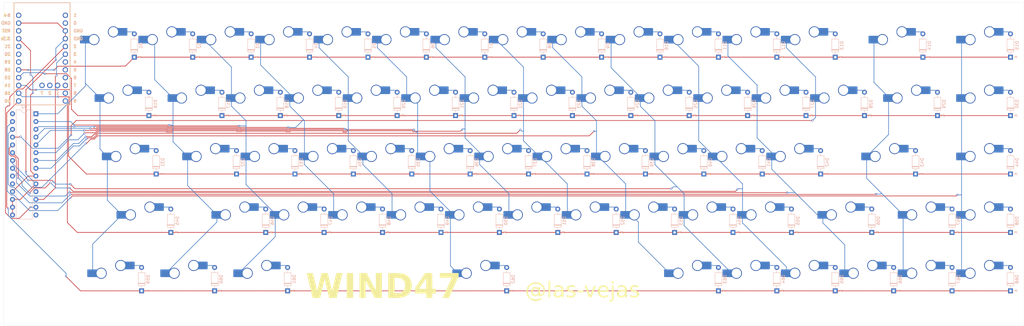
<source format=kicad_pcb>
(kicad_pcb (version 20240108) (generator "pcbnew") (generator_version "8.0")
  (layers (0 "F.Cu" signal) (31 "B.Cu" signal) (34 "B.Paste" user) (35 "F.Paste" user) (36 "B.SilkS" user "B.Silkscreen") (37 "F.SilkS" user "F.Silkscreen") (38 "B.Mask" user) (39 "F.Mask" user) (44 "Edge.Cuts" user))
  (net 0 "")
  (net 1 "Net-(D1-A)")
  (net 2 "COL1")
  (net 3 "Net-(D2-A)")
  (net 4 "COL2")
  (net 5 "Net-(D3-A)")
  (net 6 "COL3")
  (net 7 "COL4")
  (net 8 "Net-(D4-A)")
  (net 9 "Net-(D5-A)")
  (net 10 "COL5")
  (net 11 "Net-(D6-A)")
  (net 12 "COL6")
  (net 13 "COL7")
  (net 14 "Net-(D7-A)")
  (net 15 "COL8")
  (net 16 "Net-(D8-A)")
  (net 17 "COL9")
  (net 18 "Net-(D9-A)")
  (net 19 "Net-(D10-A)")
  (net 20 "COL10")
  (net 21 "COL11")
  (net 22 "Net-(D11-A)")
  (net 23 "Net-(D12-A)")
  (net 24 "COL12")
  (net 25 "Net-(D13-A)")
  (net 26 "COL13")
  (net 27 "COL14")
  (net 28 "Net-(D14-A)")
  (net 29 "Net-(D15-A)")
  (net 30 "Net-(D16-A)")
  (net 31 "Net-(D17-A)")
  (net 32 "Net-(D18-A)")
  (net 33 "Net-(D19-A)")
  (net 34 "Net-(D20-A)")
  (net 35 "Net-(D21-A)")
  (net 36 "Net-(D22-A)")
  (net 37 "Net-(D23-A)")
  (net 38 "Net-(D24-A)")
  (net 39 "Net-(D25-A)")
  (net 40 "Net-(D26-A)")
  (net 41 "Net-(D27-A)")
  (net 42 "Net-(D28-A)")
  (net 43 "Net-(D29-A)")
  (net 44 "Net-(D30-A)")
  (net 45 "Net-(D31-A)")
  (net 46 "Net-(D32-A)")
  (net 47 "Net-(D33-A)")
  (net 48 "Net-(D34-A)")
  (net 49 "Net-(D35-A)")
  (net 50 "Net-(D36-A)")
  (net 51 "Net-(D37-A)")
  (net 52 "Net-(D38-A)")
  (net 53 "Net-(D39-A)")
  (net 54 "Net-(D40-A)")
  (net 55 "Net-(D41-A)")
  (net 56 "Net-(D42-A)")
  (net 57 "Net-(D43-A)")
  (net 58 "Net-(D44-A)")
  (net 59 "Net-(D45-A)")
  (net 60 "Net-(D46-A)")
  (net 61 "Net-(D47-A)")
  (net 62 "Net-(D48-A)")
  (net 63 "Net-(D49-A)")
  (net 64 "Net-(D50-A)")
  (net 65 "Net-(D51-A)")
  (net 66 "Net-(D52-A)")
  (net 67 "Net-(D53-A)")
  (net 68 "Net-(D54-A)")
  (net 69 "Net-(D55-A)")
  (net 70 "Net-(D56-A)")
  (net 71 "Net-(D57-A)")
  (net 72 "Net-(D58-A)")
  (net 73 "Net-(D59-A)")
  (net 74 "Net-(D60-A)")
  (net 75 "Net-(D61-A)")
  (net 76 "Net-(D62-A)")
  (net 77 "ROW2")
  (net 78 "Net-(D63-A)")
  (net 79 "ROW5")
  (net 80 "ROW4")
  (net 81 "ROW1")
  (net 82 "ROW3")
  (net 84 "Net-(D64-A)")
  (net 86 "Net-(D65-A)")
  (net 88 "+3.3V")
  (net 93 "Net-(D66-A)")
  (net 94 "Net-(D67-A)")
  (net 95 "GND")
  (net 96 "COL15")
  (net 102 "SCK")
  (net 104 "SDA")
  (net 106 "unconnected-(U1-9-Pad12)")
  (net 113 "Net-(D68-A)")
  (footprint "ScottoKeebs_Scotto:MX_Hotswap_1.00u" (layer "B.Cu") (at 238.125 57.15)
    (property "Reference" "SW26" (hide yes))
    (property "Value" "SW_Push_45deg")
  )
  (footprint "Diode_THT:D_DO-35_SOD27_P7.62mm_Horizontal" (layer "B.Cu") (at 119.5375 83.2 90)
    (property "Reference" "D34")
    (property "Value" "D")
  )
  (footprint "ScottoKeebs_Scotto:MX_Hotswap_1.00u" (layer "B.Cu") (at 266.7 38.1)
    (property "Reference" "SW13" (hide yes))
    (property "Value" "SW_Push_45deg")
  )
  (footprint "ScottoKeebs_Scotto:MX_Hotswap_1.00u" (layer "B.Cu") (at 85.725 57.15)
    (property "Reference" "SW18" (hide yes))
    (property "Value" "SW_Push_45deg")
  )
  (footprint "Diode_THT:D_DO-35_SOD27_P7.62mm_Horizontal" (layer "B.Cu") (at 60.00625 102.25 90)
    (property "Reference" "D45")
    (property "Value" "D")
  )
  (footprint "ScottoKeebs_Scotto:MX_Hotswap_1.00u" (layer "B.Cu") (at 204.7875 76.2)
    (property "Reference" "SW39" (hide yes))
    (property "Value" "SW_Push_45deg")
  )
  (footprint "ScottoKeebs_Scotto:MX_Hotswap_1.00u" (layer "B.Cu") (at 304.8 114.3)
    (property "Reference" "SW67" (hide yes))
    (property "Value" "SW_Push_45deg")
  )
  (footprint "ScottoKeebs_Scotto:MX_Hotswap_1.00u" (layer "B.Cu") (at 100.0125 95.25)
    (property "Reference" "SW47" (hide yes))
    (property "Value" "SW_Push_45deg")
  )
  (footprint "ScottoKeebs_Scotto:MX_Hotswap_1.00u" (layer "B.Cu") (at 292.89375 76.2)
    (property "Reference" "SW43" (hide yes))
    (property "Value" "SW_Push_45deg")
  )
  (footprint "ScottoKeebs_Scotto:MX_Hotswap_1.00u" (layer "B.Cu") (at 300.0375 57.15)
    (property "Reference" "SW29" (hide yes))
    (property "Value" "SW_Push_45deg")
  )
  (footprint "Diode_THT:D_DO-35_SOD27_P7.62mm_Horizontal" (layer "B.Cu") (at 205.2625 102.25 90)
    (property "Reference" "D52")
    (property "Value" "D")
  )
  (footprint "ScottoKeebs_Scotto:MX_Hotswap_1.00u" (layer "B.Cu") (at 219.075 57.15)
    (property "Reference" "SW25" (hide yes))
    (property "Value" "SW_Push_45deg")
  )
  (footprint "Diode_THT:D_DO-35_SOD27_P7.62mm_Horizontal" (layer "B.Cu") (at 295.75 121.3 90)
    (property "Reference" "D66")
    (property "Value" "D")
  )
  (footprint "ScottoKeebs_Scotto:MX_Hotswap_1.00u" (layer "B.Cu") (at 247.65 38.1)
    (property "Reference" "SW12" (hide yes))
    (property "Value" "SW_Push_45deg")
  )
  (footprint "ScottoKeebs_Scotto:MX_Hotswap_1.00u" (layer "B.Cu") (at 323.85 38.1)
    (property "Reference" "SW15" (hide yes))
    (property "Value" "SW_Push_45deg")
  )
  (footprint "ScottoKeebs_Scotto:MX_Hotswap_1.00u" (layer "B.Cu") (at 200.025 57.15)
    (property "Reference" "SW24" (hide yes))
    (property "Value" "SW_Push_45deg")
  )
  (footprint "Diode_THT:D_DO-35_SOD27_P7.62mm_Horizontal" (layer "B.Cu") (at 314.8 102.25 90)
    (property "Reference" "D57")
    (property "Value" "D")
  )
  (footprint "Package_DIP:DIP-28_W7.62mm" (layer "B.Cu") (at 16 63.55 180)
    (property "Reference" "U2")
    (property "Value" "MCP23017_SP")
  )
  (footprint "ScottoKeebs_Scotto:MX_Hotswap_1.00u" (layer "B.Cu") (at 233.3625 95.25)
    (property "Reference" "SW54" (hide yes))
    (property "Value" "SW_Push_45deg")
  )
  (footprint "ScottoKeebs_Scotto:MX_Hotswap_1.00u" (layer "B.Cu") (at 180.975 57.15)
    (property "Reference" "SW23" (hide yes))
    (property "Value" "SW_Push_45deg")
  )
  (footprint "Diode_THT:D_DO-35_SOD27_P7.62mm_Horizontal" (layer "B.Cu") (at 195.7375 83.2 90)
    (property "Reference" "D38")
    (property "Value" "D")
  )
  (footprint "ScottoKeebs_Scotto:MX_Hotswap_1.00u" (layer "B.Cu") (at 128.5875 76.2)
    (property "Reference" "SW35" (hide yes))
    (property "Value" "SW_Push_45deg")
  )
  (footprint "ScottoKeebs_Scotto:MX_Hotswap_1.00u" (layer "B.Cu") (at 266.7 114.3)
    (property "Reference" "SW65" (hide yes))
    (property "Value" "SW_Push_45deg")
  )
  (footprint "Diode_THT:D_DO-35_SOD27_P7.62mm_Horizontal" (layer "B.Cu") (at 210.025 64.15 90)
    (property "Reference" "D24")
    (property "Value" "D")
  )
  (footprint "Diode_THT:D_DO-35_SOD27_P7.62mm_Horizontal" (layer "B.Cu") (at 162.4 45.1 90)
    (property "Reference" "D7")
    (property "Value" "D")
  )
  (footprint "ScottoKeebs_Scotto:MX_Hotswap_1.00u" (layer "B.Cu") (at 76.2 38.1)
    (property "Reference" "SW3" (hide yes))
    (property "Value" "SW_Push_45deg")
  )
  (footprint "ScottoKeebs_Scotto:MX_Hotswap_1.00u" (layer "B.Cu") (at 38.1 38.1)
    (property "Reference" "SW1" (hide yes))
    (property "Value" "SW_Push_45deg")
  )
  (footprint "Diode_THT:D_DO-35_SOD27_P7.62mm_Horizontal" (layer "B.Cu") (at 95.725 64.15 90)
    (property "Reference" "D18")
    (property "Value" "D")
  )
  (footprint "Diode_THT:D_DO-35_SOD27_P7.62mm_Horizontal" (layer "B.Cu") (at 333.85 45.1 90)
    (property "Reference" "D15")
    (property "Value" "D")
  )
  (footprint "ScottoKeebs_Scotto:MX_Hotswap_1.00u" (layer "B.Cu") (at 159.54375 114.3)
    (property "Reference" "SW62" (hide yes))
    (property "Value" "SW_Push_45deg")
  )
  (footprint "Diode_THT:D_DO-35_SOD27_P7.62mm_Horizontal" (layer "B.Cu") (at 100.4875 83.2 90)
    (property "Reference" "D33")
    (property "Value" "D")
  )
  (footprint "Diode_THT:D_DO-35_SOD27_P7.62mm_Horizontal" (layer "B.Cu") (at 214.7875 83.2 90)
    (property "Reference" "D39")
    (property "Value" "D")
  )
  (footprint "ScottoKeebs_Scotto:MX_Hotswap_1.00u" (layer "B.Cu") (at 40.48125 114.3)
    (property "Reference" "SW59" (hide yes))
    (property "Value" "SW_Push_45deg")
  )
  (footprint "Diode_THT:D_DO-35_SOD27_P7.62mm_Horizontal" (layer "B.Cu") (at 257.65 45.1 90)
    (property "Reference" "D12")
    (property "Value" "D")
  )
  (footprint "ScottoKeebs_Scotto:MX_Hotswap_1.00u" (layer "B.Cu") (at 261.9375 76.2)
    (property "Reference" "SW42" (hide yes))
    (property "Value" "SW_Push_45deg")
  )
  (footprint "Diode_THT:D_DO-35_SOD27_P7.62mm_Horizontal" (layer "B.Cu") (at 200.5 45.1 90)
    (property "Reference" "D9")
    (property "Value" "D")
  )
  (footprint "ScottoKeebs_Scotto:MX_Hotswap_1.00u" (layer "B.Cu") (at 252.4125 95.25)
    (property "Reference" "SW55" (hide yes))
    (property "Value" "SW_Push_45deg")
  )
  (footprint "Diode_THT:D_DO-35_SOD27_P7.62mm_Horizontal" (layer "B.Cu") (at 302.89375 83.2 90)
    (property "Reference" "D43")
    (property "Value" "D")
  )
  (footprint "Diode_THT:D_DO-35_SOD27_P7.62mm_Horizontal" (layer "B.Cu") (at 333.85 121.3 90)
    (property "Reference" "D68")
    (property "Value" "D")
  )
  (footprint "ScottoKeebs_Scotto:MX_Hotswap_1.00u" (layer "B.Cu") (at 42.8625 57.15)
    (property "Reference" "SW16" (hide yes))
    (property "Value" "SW_Push_45deg")
  )
  (footprint "Diode_THT:D_DO-35_SOD27_P7.62mm_Horizontal" (layer "B.Cu") (at 76.675 64.15 90)
    (property "Reference" "D17")
    (property "Value" "D")
  )
  (footprint "Diode_THT:D_DO-35_SOD27_P7.62mm_Horizontal" (layer "B.Cu") (at 148.1125 102.25 90)
    (property "Reference" "D49")
    (property "Value" "D")
  )
  (footprint "ScottoKeebs_Scotto:MX_Hotswap_1.00u" (layer "B.Cu") (at 64.29375 114.3)
    (property "Reference" "SW60" (hide yes))
    (property "Value" "SW_Push_45deg")
  )
  (footprint "Diode_THT:D_DO-35_SOD27_P7.62mm_Horizontal" (layer "B.Cu") (at 55.24375 83.2 90)
    (property "Reference" "D31")
    (property "Value" "D")
  )
  (footprint "ScottoKeebs_Scotto:MX_Hotswap_1.00u" (layer "B.Cu") (at 161.925 57.15)
    (property "Reference" "SW22" (hide yes))
    (property "Value" "SW_Push_45deg")
  )
  (footprint "Diode_THT:D_DO-35_SOD27_P7.62mm_Horizontal" (layer "B.Cu") (at 105.25 45.1 90)
    (property "Reference" "D4")
    (property "Value" "D")
  )
  (footprint "ScottoKeebs_Scotto:MX_Hotswap_1.00u" (layer "B.Cu") (at 323.85 57.15)
    (property "Reference" "SW30" (hide yes))
    (property "Value" "SW_Push_45deg")
  )
  (footprint "Diode_THT:D_DO-35_SOD27_P7.62mm_Horizontal" (layer "B.Cu") (at 276.7 121.3 90)
    (property "Reference" "D65")
    (property "Value" "D")
  )
  (footprint "Diode_THT:D_DO-35_SOD27_P7.62mm_Horizontal" (layer "B.Cu") (at 143.35 45.1 90)
    (property "Reference" "D6")
    (property "Value" "D")
  )
  (footprint "Diode_THT:D_DO-35_SOD27_P7.62mm_Horizontal" (layer "B.Cu") (at 169.54375 121.3 90)
    (property "Reference" "D62")
    (property "Value" "D")
  )
  (footprint "Diode_THT:D_DO-35_SOD27_P7.62mm_Horizontal" (layer "B.Cu") (at 98.10625 121.3 90)
    (property "Reference" "D61")
    (property "Value" "D")
  )
  (footprint "ScottoKeebs_Scotto:MX_Hotswap_1.00u" (layer "B.Cu") (at 152.4 38.1)
    (property "Reference" "SW7" (hide yes))
    (property "Value" "SW_Push_45deg")
  )
  (footprint "Diode_THT:D_DO-35_SOD27_P7.62mm_Horizontal" (layer "B.Cu") (at 224.3125 102.25 90)
    (property "Reference" "D53")
    (property "Value" "D")
  )
  (footprint "ScottoKeebs_Scotto:MX_Hotswap_1.00u" (layer "B.Cu") (at 185.7375 76.2)
    (property "Reference" "SW38" (hide yes))
    (property "Value" "SW_Push_45deg")
  )
  (footprint "Diode_THT:D_DO-35_SOD27_P7.62mm_Horizontal" (layer "B.Cu") (at 176.6875 83.2 90)
    (property "Reference" "D37")
    (property "Value" "D")
  )
  (footprint "ScottoKeebs_Scotto:MX_Hotswap_1.00u" (layer "B.Cu") (at 104.775 57.15)
    (property "Reference" "SW19" (hide yes))
    (property "Value" "SW_Push_45deg")
  )
  (footprint "ScottoKeebs_Scotto:MX_Hotswap_1.00u" (layer "B.Cu") (at 285.75 114.3)
    (property "Reference" "SW66" (hide yes))
    (property "Value" "SW_Push_45deg")
  )
  (footprint "Diode_THT:D_DO-35_SOD27_P7.62mm_Horizontal" (layer "B.Cu") (at 157.6375 83.2 90)
    (property "Reference" "D36")
    (property "Value" "D")
  )
  (footprint "Diode_THT:D_DO-35_SOD27_P7.62mm_Horizontal" (layer "B.Cu") (at 252.8875 83.2 90)
    (property "Reference" "D41")
    (property "Value" "D")
  )
  (footprint "Diode_THT:D_DO-35_SOD27_P7.62mm_Horizontal" (layer "B.Cu") (at 276.7 45.1 90)
    (property "Reference" "D13")
    (property "Value" "D")
  )
  (footprint "Diode_THT:D_DO-35_SOD27_P7.62mm_Horizontal" (layer "B.Cu") (at 48.1 45.1 90)
    (property "Reference" "D1")
    (property "Value" "D")
  )
  (footprint "Diode_THT:D_DO-35_SOD27_P7.62mm_Horizontal" (layer "B.Cu") (at 74.29375 121.3 90)
    (property "Reference" "D60")
    (property "Value" "D")
  )
  (footprint "Diode_THT:D_DO-35_SOD27_P7.62mm_Horizontal" (layer "B.Cu") (at 181.45 45.1 90)
    (property "Reference" "D8")
    (property "Value" "D")
  )
  (footprint "ScottoKeebs_Scotto:MX_Hotswap_1.00u" (layer "B.Cu") (at 166.6875 76.2)
    (property "Reference" "SW37" (hide yes))
    (property "Value" "SW_Push_45deg")
  )
  (footprint "ScottoKeebs_Scotto:MX_Hotswap_1.00u" (layer "B.Cu") (at 276.225 57.15)
    (property "Reference" "SW28" (hide yes))
    (property "Value" "SW_Push_45deg")
  )
  (footprint "ScottoKeebs_Scotto:MX_Hotswap_1.00u" (layer "B.Cu") (at 195.2625 95.25)
    (property "Reference" "SW52" (hide yes))
    (property "Value" "SW_Push_45deg")
  )
  (footprint "ScottoKeebs_Scotto:MX_Hotswap_1.00u" (layer "B.Cu") (at 50.00625 95.25)
    (property "Reference" "SW45" (hide yes))
    (property "Value" "SW_Push_45deg")
  )
  (footprint "Diode_THT:D_DO-35_SOD27_P7.62mm_Horizontal" (layer "B.Cu") (at 190.975 64.15 90)
    (property "Reference" "D23")
    (property "Value" "D")
  )
  (footprint "ScottoKeebs_Scotto:MX_Hotswap_1.00u" (layer "B.Cu") (at 295.275 38.1)
    (property "Reference" "SW14" (hide yes))
    (property "Value" "SW_Push_45deg")
  )
  (footprint "Diode_THT:D_DO-35_SOD27_P7.62mm_Horizontal" (layer "B.Cu") (at 110.0125 102.25 90)
    (property "Reference" "D47")
    (property "Value" "D")
  )
  (footprint "ScottoKeebs_Scotto:MX_Hotswap_1.00u" (layer "B.Cu") (at 138.1125 95.25)
    (property "Reference" "SW49" (hide yes))
    (property "Value" "SW_Push_45deg")
  )
  (footprint "Diode_THT:D_DO-35_SOD27_P7.62mm_Horizontal" (layer "B.Cu") (at 186.2125 102.25 90)
    (property "Reference" "D51")
    (property "Value" "D")
  )
  (footprint "ScottoKeebs_Scotto:MX_Hotswap_1.00u" (layer "B.Cu") (at 66.675 57.15)
    (property "Reference" "SW17" (hide yes))
    (property "Value" "SW_Push_45deg")
  )
  (footprint "Diode_THT:D_DO-35_SOD27_P7.62mm_Horizontal" (layer "B.Cu") (at 152.875 64.15 90)
    (property "Reference" "D21")
    (property "Value" "D")
  )
  (footprint "Diode_THT:D_DO-35_SOD27_P7.62mm_Horizontal" (layer "B.Cu") (at 267.175 64.15 90)
    (property "Reference" "D27")
    (property "Value" "D")
  )
  (footprint "ScottoKeebs_Scotto:MX_Hotswap_1.00u" (layer "B.Cu") (at 114.3 38.1)
    (property "Reference" "SW5" (hide yes))
    (property "Value" "SW_Push_45deg")
  )
  (footprint "Diode_THT:D_DO-35_SOD27_P7.62mm_Horizontal" (layer "B.Cu") (at 50.48125 121.3 90)
    (property "Reference" "D59")
    (property "Value" "D")
  )
  (footprint "Diode_THT:D_DO-35_SOD27_P7.62mm_Horizontal" (layer "B.Cu") (at 114.775 64.15 90)
    (property "Reference" "D19")
    (property "Value" "D")
  )
  (footprint "ScottoKeebs_Scotto:MX_Hotswap_1.00u" (layer "B.Cu") (at 228.6 114.3)
    (property "Reference" "SW63" (hide yes))
    (property "Value" "SW_Push_45deg")
  )
  (footprint "ScottoKeebs_Scotto:MX_Hotswap_1.00u" (layer "B.Cu") (at 133.35 38.1)
    (property "Reference" "SW6" (hide yes))
    (property "Value" "SW_Push_45deg")
  )
  (footprint "Diode_THT:D_DO-35_SOD27_P7.62mm_Horizontal" (layer "B.Cu") (at 314.8 121.3 90)
    (property "Reference" "D67")
    (property "Value" "D")
  )
  (footprint "ScottoKeebs_Scotto:MX_Hotswap_1.00u" (layer "B.Cu") (at 80.9625 95.25)
    (property "Reference" "SW46" (hide yes))
    (property "Value" "SW_Push_45deg")
  )
  (footprint "ScottoKeebs_Scotto:MX_Hotswap_1.00u" (layer "B.Cu") (at 142.875 57.15)
    (property "Reference" "SW21" (hide yes))
    (property "Value" "SW_Push_45deg")
  )
  (footprint "Diode_THT:D_DO-35_SOD27_P7.62mm_Horizontal" (layer "B.Cu") (at 129.0625 102.25 90)
    (property "Reference" "D48")
    (property "Value" "D")
  )
  (footprint "Diode_THT:D_DO-35_SOD27_P7.62mm_Horizontal" (layer "B.Cu") (at 333.85 64.15 90)
    (property "Reference" "D30")
    (property "Value" "D")
  )
  (footprint "ScottoKeebs_Scotto:MX_Hotswap_1.00u" (layer "B.Cu") (at 119.0625 95.25)
    (property "Reference" "SW48" (hide yes))
    (property "Value" "SW_Push_45deg")
  )
  (footprint "ScottoKeebs_Scotto:MX_Hotswap_1.00u" (layer "B.Cu") (at 57.15 38.1)
    (property "Reference" "SW2" (hide yes))
    (property "Value" "SW_Push_45deg")
  )
  (footprint "ScottoKeebs_Scotto:MX_Hotswap_1.00u" (layer "B.Cu") (at 190.5 38.1)
    (property "Reference" "SW9" (hide yes))
    (property "Value" "SW_Push_45deg")
  )
  (footprint "ScottoKeebs_Scotto:MX_Hotswap_1.00u" (layer "B.Cu") (at 95.25 38.1)
    (property "Reference" "SW4" (hide yes))
    (property "Value" "SW_Push_45deg")
  )
  (footprint "ScottoKeebs_MCU:Nice_Nano_V2" (layer "B.Cu") (at 18 45.13 180)
    (property "Reference" "U1" (hide yes))
    (property "Value" "Nice_Nano_V2" (hide yes))
  )
  (footprint "ScottoKeebs_Scotto:MX_Hotswap_1.00u" (layer "B.Cu") (at 247.65 114.3)
    (property "Reference" "SW64" (hide yes))
    (property "Value" "SW_Push_45deg")
  )
  (footprint "Diode_THT:D_DO-35_SOD27_P7.62mm_Horizontal" (layer "B.Cu") (at 86.2 45.1 90)
    (property "Reference" "D3")
    (property "Value" "D")
  )
  (footprint "Diode_THT:D_DO-35_SOD27_P7.62mm_Horizontal" (layer "B.Cu") (at 81.4375 83.2 90)
    (property "Reference" "D32")
    (property "Value" "D")
  )
  (footprint "Diode_THT:D_DO-35_SOD27_P7.62mm_Horizontal" (layer "B.Cu") (at 219.55 45.1 90)
    (property "Reference" "D10")
    (property "Value" "D")
  )
  (footprint "ScottoKeebs_Scotto:MX_Hotswap_1.00u" (layer "B.Cu") (at 257.175 57.15)
    (property "Reference" "SW27" (hide yes))
    (property "Value" "SW_Push_45deg")
  )
  (footprint "ScottoKeebs_Scotto:MX_Hotswap_1.00u" (layer "B.Cu") (at 171.45 38.1)
    (property "Reference" "SW8" (hide yes))
    (property "Value" "SW_Push_45deg")
  )
  (footprint "Diode_THT:D_DO-35_SOD27_P7.62mm_Horizontal" (layer "B.Cu") (at 310.0375 64.15 90)
    (property "Reference" "D29")
    (property "Value" "D")
  )
  (footprint "Diode_THT:D_DO-35_SOD27_P7.62mm_Horizontal" (layer "B.Cu") (at 271.9375 83.2 90)
    (property "Reference" "D42")
    (property "Value" "D")
  )
  (footprint "ScottoKeebs_Scotto:MX_Hotswap_1.00u" (layer "B.Cu") (at 242.8875 76.2)
    (property "Reference" "SW41" (hide yes))
    (property "Value" "SW_Push_45deg")
  )
  (footprint "ScottoKeebs_Scotto:MX_Hotswap_1.00u" (layer "B.Cu") (at 304.8 95.25)
    (property "Reference" "SW57" (hide yes))
    (property "Value" "SW_Push_45deg")
  )
  (footprint "ScottoKeebs_Scotto:MX_Hotswap_1.00u" (layer "B.Cu") (at 228.6 38.1)
    (property "Reference" "SW11" (hide yes))
    (property "Value" "SW_Push_45deg")
  )
  (footprint "ScottoKeebs_Scotto:MX_Hotswap_1.00u" (layer "B.Cu") (at 209.55 38.1)
    (property "Reference" "SW10" (hide yes))
    (property "Value" "SW_Push_45deg")
  )
  (footprint "Diode_THT:D_DO-35_SOD27_P7.62mm_Horizontal" (layer "B.Cu") (at 248.125 64.15 90)
    (property "Reference" "D26")
    (property "Value" "D")
  )
  (footprint "ScottoKeebs_Scotto:MX_Hotswap_1.00u" (layer "B.Cu") (at 323.85 76.2)
    (property "Reference" "SW44" (hide yes))
    (property "Value" "SW_Push_45deg")
  )
  (footprint "Diode_THT:D_DO-35_SOD27_P7.62mm_Horizontal" (layer "B.Cu") (at 67.15 45.1 90)
    (property "Reference" "D2")
    (property "Value" "D")
  )
  (footprint "Diode_THT:D_DO-35_SOD27_P7.62mm_Horizontal" (layer "B.Cu") (at 138.5875 83.2 90)
    (property "Reference" "D35")
    (property "Value" "D")
  )
  (footprint "Diode_THT:D_DO-35_SOD27_P7.62mm_Horizontal" (layer "B.Cu") (at 229.075 64.15 90)
    (property "Reference" "D25")
    (property "Value" "D")
  )
  (footprint "ScottoKeebs_Scotto:MX_Hotswap_1.00u" (layer "B.Cu") (at 214.3125 95.25)
    (property "Reference" "SW53" (hide yes))
    (property "Value" "SW_Push_45deg")
  )
  (footprint "Diode_THT:D_DO-35_SOD27_P7.62mm_Horizontal" (layer "B.Cu") (at 167.1625 102.25 90)
    (property "Reference" "D50")
    (property "Value" "D")
  )
  (footprint "ScottoKeebs_Scotto:MX_Hotswap_1.00u" (layer "B.Cu") (at 88.10625 114.3)
    (property "Reference" "SW61" (hide yes))
    (property "Value" "SW_Push_45deg")
  )
  (footprint "Diode_THT:D_DO-35_SOD27_P7.62mm_Horizontal" (layer "B.Cu") (at 238.6 121.3 90)
    (property "Reference" "D63")
    (property "Value" "D")
  )
  (footprint "Diode_THT:D_DO-35_SOD27_P7.62mm_Horizontal" (layer "B.Cu") (at 52.8625 64.15 90)
    (property "Reference" "D16")
    (property "Value" "D")
  )
  (footprint "Diode_THT:D_DO-35_SOD27_P7.62mm_Horizontal" (layer "B.Cu") (at 288.60625 102.25 90)
    (property "Reference" "D56")
    (property "Value" "D")
  )
  (footprint "Diode_THT:D_DO-35_SOD27_P7.62mm_Horizontal" (layer "B.Cu") (at 171.925 64.15 90)
    (property "Reference" "D22")
    (property "Value" "D")
  )
  (footprint "Diode_THT:D_DO-35_SOD27_P7.62mm_Horizontal" (layer "B.Cu") (at 90.9625 102.25 90)
    (property "Reference" "D46")
    (property "Value" "D")
  )
  (footprint "ScottoKeebs_Scotto:MX_Hotswap_1.00u" (layer "B.Cu") (at 147.6375 76.2)
    (property "Reference" "SW36" (hide yes))
    (property "Value" "SW_Push_45deg")
  )
  (footprint "Diode_THT:D_DO-35_SOD27_P7.62mm_Horizontal" (layer "B.Cu") (at 233.8375 83.2 90)
    (property "Reference" "D40")
    (property "Value" "D")
  )
  (footprint "ScottoKeebs_Scotto:MX_Hotswap_1.00u" (layer "B.Cu") (at 223.8375 76.2)
    (property "Reference" "SW40" (hide yes))
    (property "Value" "SW_Push_45deg")
  )
  (footprint "Diode_THT:D_DO-35_SOD27_P7.62mm_Horizontal" (layer "B.Cu") (at 238.6 45.1 90)
    (property "Reference" "D11")
    (property "Value" "D")
  )
  (footprint "ScottoKeebs_Scotto:MX_Hotswap_1.00u" (layer "B.Cu") (at 323.85 95.25)
    (property "Reference" "SW58" (hide yes))
    (property "Value" "SW_Push_45deg")
  )
  (footprint "ScottoKeebs_Scotto:MX_Hotswap_1.00u" (layer "B.Cu") (at 45.24375 76.2)
    (property "Reference" "SW31" (hide yes))
    (property "Value" "SW_Push_45deg")
  )
  (footprint "Diode_THT:D_DO-35_SOD27_P7.62mm_Horizontal" (layer "B.Cu") (at 124.3 45.1 90)
    (property "Reference" "D5")
    (property "Value" "D")
  )
  (footprint "ScottoKeebs_Scotto:MX_Hotswap_1.00u" (layer "B.Cu") (at 157.1625 95.25)
    (property "Reference" "SW50" (hide yes))
    (property "Value" "SW_Push_45deg")
  )
  (footprint "Diode_THT:D_DO-35_SOD27_P7.62mm_Horizontal" (layer "B.Cu") (at 133.825 64.15 90)
    (property "Reference" "D20")
    (property "Value" "D")
  )
  (footprint "Diode_THT:D_DO-35_SOD27_P7.62mm_Horizontal" (layer "B.Cu") (at 333.85 102.25 90)
    (property "Reference" "D58")
    (property "Value" "D")
  )
  (footprint "ScottoKeebs_Scotto:MX_Hotswap_1.00u" (layer "B.Cu") (at 90.4875 76.2)
    (property "Reference" "SW33" (hide yes))
    (property "Value" "SW_Push_45deg")
  )
  (footprint "Diode_THT:D_DO-35_SOD27_P7.62mm_Horizontal" (layer "B.Cu") (at 333.85 83.2 90)
    (property "Reference" "D44")
    (property "Value" "D")
  )
  (footprint "ScottoKeebs_Scotto:MX_Hotswap_1.00u" (layer "B.Cu") (at 71.4375 76.2)
    (property "Reference" "SW32" (hide yes))
    (property "Value" "SW_Push_45deg")
  )
  (footprint "Diode_THT:D_DO-35_SOD27_P7.62mm_Horizontal" (layer "B.Cu") (at 286.225 64.15 90)
    (property "Reference" "D28")
    (property "Value" "D")
  )
  (footprint "Diode_THT:D_DO-35_SOD27_P7.62mm_Horizontal" (layer "B.Cu") (at 305.275 45.1 90)
    (property "Reference" "D14")
    (property "Value" "D")
  )
  (footprint "Diode_THT:D_DO-35_SOD27_P7.62mm_Horizontal" (layer "B.Cu") (at 262.4125 102.25 90)
    (property "Reference" "D55")
    (property "Value" "D")
  )
  (footprint "ScottoKeebs_Scotto:MX_Hotswap_1.00u" (layer "B.Cu") (at 176.2125 95.25)
    (property "Reference" "SW51" (hide yes))
    (property "Value" "SW_Push_45deg")
  )
  (footprint "ScottoKeebs_Scotto:MX_Hotswap_1.00u" (layer "B.Cu") (at 123.825 57.15)
    (property "Reference" "SW20" (hide yes))
    (property "Value" "SW_Push_45deg")
  )
  (footprint "ScottoKeebs_Scotto:MX_Hotswap_1.00u" (layer "B.Cu") (at 109.5375 76.2)
    (property "Reference" "SW34" (hide yes))
    (property "Value" "SW_Push_45deg")
  )
  (footprint "ScottoKeebs_Scotto:MX_Hotswap_1.00u" (layer "B.Cu") (at 278.60625 95.25)
    (property "Reference" "SW56" (hide yes))
    (property "Value" "SW_Push_45deg")
  )
  (footprint "Diode_THT:D_DO-35_SOD27_P7.62mm_Horizontal" (layer "B.Cu") (at 243.3625 102.25 90)
    (property "Reference" "D54")
    (property "Value" "D")
  )
  (footprint "ScottoKeebs_Scotto:MX_Hotswap_1.00u" (layer "B.Cu") (at 323.85 114.3)
    (property "Reference" "SW68" (hide yes))
    (property "Value" "SW_Push_45deg")
  )
  (footprint "Diode_THT:D_DO-35_SOD27_P7.62mm_Horizontal" (layer "B.Cu") (at 257.65 121.3 90)
    (property "Reference" "D64")
    (property "Value" "D")
  )
  (gr_rect (start 5.5 27.25) (end 338.25 132.75) (stroke (width 0.05)) (fill none) (layer "Edge.Cuts"))
  (gr_text "@las-vejas" (at 175.5 124.25 0) (layer "F.SilkS") (effects (font (size 5 5) (thickness 0.1)) (justify left bottom)))
  (gr_text "WIND47" (at 104 125 0) (layer "F.SilkS") (effects (font (size 8 8) (thickness 0.2) (bold yes)) (justify left bottom)))
  (segment (start 47.45 36.83) (end 48.1 37.48) (width 0.2) (layer "B.Cu") (net 1))
  (segment (start 44.055 36.83) (end 47.45 36.83) (width 0.2) (layer "B.Cu") (net 1))
  (segment (start 39.29375 91.7575) (end 44.05625 96.52) (width 0.2) (layer "B.Cu") (net 2))
  (segment (start 32.15 54.51354) (end 23.11354 63.55) (width 0.2) (layer "B.Cu") (net 2))
  (segment (start 32.15 53.6575) (end 36.9125 58.42) (width 0.2) (layer "B.Cu") (net 2))
  (segment (start 39.29375 77.47) (end 39.29375 91.7575) (width 0.2) (layer "B.Cu") (net 2))
  (segment (start 34.53125 106.045) (end 34.53125 115.57) (width 0.2) (layer "B.Cu") (net 2))
  (segment (start 32.15 39.37) (end 32.15 53.6575) (width 0.2) (layer "B.Cu") (net 2))
  (segment (start 36.9125 58.42) (end 36.9125 75.08875) (width 0.2) (layer "B.Cu") (net 2))
  (segment (start 36.9125 75.08875) (end 39.29375 77.47) (width 0.2) (layer "B.Cu") (net 2))
  (segment (start 23.11354 63.55) (end 16 63.55) (width 0.2) (layer "B.Cu") (net 2))
  (segment (start 32.15 53.6575) (end 32.15 54.51354) (width 0.2) (layer "B.Cu") (net 2))
  (segment (start 44.05625 96.52) (end 34.53125 106.045) (width 0.2) (layer "B.Cu") (net 2))
  (segment (start 66.5 36.83) (end 67.15 37.48) (width 0.2) (layer "B.Cu") (net 3))
  (segment (start 63.105 36.83) (end 66.5 36.83) (width 0.2) (layer "B.Cu") (net 3))
  (segment (start 59.5 67.25) (end 28.5 67.25) (width 0.2) (layer "F.Cu") (net 4))
  (via (at 59.5 67.25) (size 0.6) (drill 0.3) (layers "F.Cu" "B.Cu") (net 4))
  (via (at 28.5 67.25) (size 0.6) (drill 0.3) (layers "F.Cu" "B.Cu") (net 4))
  (segment (start 52.975 39.37) (end 54.75 41.145) (width 0.2) (layer "B.Cu") (net 4))
  (segment (start 54.75 52.445) (end 60.725 58.42) (width 0.2) (layer "B.Cu") (net 4))
  (segment (start 65.4875 86.995) (end 65.4875 77.47) (width 0.2) (layer "B.Cu") (net 4))
  (segment (start 60.725 69) (end 60.725 67.5) (width 0.2) (layer "B.Cu") (net 4))
  (segment (start 75.0125 96.52) (end 65.4875 86.995) (width 0.2) (layer "B.Cu") (net 4))
  (segment (start 27.34 66.09) (end 16 66.09) (width 0.2) (layer "B.Cu") (net 4))
  (segment (start 65.4875 77.47) (end 60.725 72.7075) (width 0.2) (layer "B.Cu") (net 4))
  (segment (start 60.475 67.25) (end 60.725 67.5) (width 0.2) (layer "B.Cu") (net 4))
  (segment (start 54.75 41.145) (end 54.75 52.445) (width 0.2) (layer "B.Cu") (net 4))
  (segment (start 51.2 39.37) (end 52.975 39.37) (width 0.2) (layer "B.Cu") (net 4))
  (segment (start 58.34375 115.57) (end 75.0125 98.90125) (width 0.2) (layer "B.Cu") (net 4))
  (segment (start 60.725 72.7075) (end 60.725 69) (width 0.2) (layer "B.Cu") (net 4))
  (segment (start 75.0125 98.90125) (end 75.0125 96.52) (width 0.2) (layer "B.Cu") (net 4))
  (segment (start 60.725 67.5) (end 60.725 58.42) (width 0.2) (layer "B.Cu") (net 4))
  (segment (start 59.5 67.25) (end 60.475 67.25) (width 0.2) (layer "B.Cu") (net 4))
  (segment (start 28.5 67.25) (end 27.34 66.09) (width 0.2) (layer "B.Cu") (net 4))
  (segment (start 82.155 36.83) (end 85.55 36.83) (width 0.2) (layer "B.Cu") (net 5))
  (segment (start 85.55 36.83) (end 86.2 37.48) (width 0.2) (layer "B.Cu") (net 5))
  (segment (start 59.051471 67.65) (end 59.251471 67.85) (width 0.2) (layer "F.Cu") (net 6))
  (segment (start 35 67.85) (end 35.2 67.65) (width 0.2) (layer "F.Cu") (net 6))
  (segment (start 59.748529 67.85) (end 60.098529 67.5) (width 0.2) (layer "F.Cu") (net 6))
  (segment (start 59.251471 67.85) (end 59.748529 67.85) (width 0.2) (layer "F.Cu") (net 6))
  (segment (start 60.098529 67.5) (end 82.25 67.5) (width 0.2) (layer "F.Cu") (net 6))
  (segment (start 35.2 67.65) (end 59.051471 67.65) (width 0.2) (layer "F.Cu") (net 6))
  (via (at 82.25 67.5) (size 0.6) (drill 0.3) (layers "F.Cu" "B.Cu") (net 6))
  (via (at 35 67.85) (size 0.6) (drill 0.3) (layers "F.Cu" "B.Cu") (net 6))
  (segment (start 84.5375 77.47) (end 84.5375 86.649365) (width 0.2) (layer "B.Cu") (net 6))
  (segment (start 70.25 39.37) (end 70.820132 39.37) (width 0.2) (layer "B.Cu") (net 6))
  (segment (start 82.25 67.5) (end 84.5375 67.5) (width 0.2) (layer "B.Cu") (net 6))
  (segment (start 28.748529 67.85) (end 28.251471 67.85) (width 0.2) (layer "B.Cu") (net 6))
  (segment (start 84.5375 65.822632) (end 84.5375 67.5) (width 0.2) (layer "B.Cu") (net 6))
  (segment (start 84.5375 67.5) (end 84.5375 77.47) (width 0.2) (layer "B.Cu") (net 6))
  (segment (start 84.5375 86.649365) (end 94.0625 96.174365) (width 0.2) (layer "B.Cu") (net 6))
  (segment (start 94.0625 96.174365) (end 94.0625 96.52) (width 0.2) (layer "B.Cu") (net 6))
  (segment (start 82.15625 115.57) (end 94.0625 103.66375) (width 0.2) (layer "B.Cu") (net 6))
  (segment (start 35 67.85) (end 34.9 67.75) (width 0.2) (layer "B.Cu") (net 6))
  (segment (start 79.775 48.324868) (end 79.775 58.42) (width 0.2) (layer "B.Cu") (net 6))
  (segment (start 28.848529 67.75) (end 28.748529 67.85) (width 0.2) (layer "B.Cu") (net 6))
  (segment (start 79.775 61.060132) (end 84.5375 65.822632) (width 0.2) (layer "B.Cu") (net 6))
  (segment (start 28.251471 67.85) (end 28.151471 67.75) (width 0.2) (layer "B.Cu") (net 6))
  (segment (start 94.0625 103.66375) (end 94.0625 96.52) (width 0.2) (layer "B.Cu") (net 6))
  (segment (start 16.88 67.75) (end 16 68.63) (width 0.2) (layer "B.Cu") (net 6))
  (segment (start 79.775 58.42) (end 79.775 61.060132) (width 0.2) (layer "B.Cu") (net 6))
  (segment (start 70.820132 39.37) (end 79.775 48.324868) (width 0.2) (layer "B.Cu") (net 6))
  (segment (start 34.9 67.75) (end 28.848529 67.75) (width 0.2) (layer "B.Cu") (net 6))
  (segment (start 28.151471 67.75) (end 16.88 67.75) (width 0.2) (layer "B.Cu") (net 6))
  (segment (start 82.001471 68.1) (end 81.801471 67.9) (width 0.2) (layer "F.Cu") (net 7))
  (segment (start 60.264214 67.9) (end 59.914214 68.25) (width 0.2) (layer "F.Cu") (net 7))
  (segment (start 81.801471 67.9) (end 60.264214 67.9) (width 0.2) (layer "F.Cu") (net 7))
  (segment (start 98.25 68) (end 82.598529 68) (width 0.2) (layer "F.Cu") (net 7))
  (segment (start 58.885785 68.05) (end 35.95 68.05) (width 0.2) (layer "F.Cu") (net 7))
  (segment (start 59.914214 68.25) (end 59.085785 68.25) (width 0.2) (layer "F.Cu") (net 7))
  (segment (start 33.85 68.45) (end 33.75 68.35) (width 0.2) (layer "F.Cu") (net 7))
  (segment (start 82.598529 68) (end 82.498529 68.1) (width 0.2) (layer "F.Cu") (net 7))
  (segment (start 59.085785 68.25) (end 58.885785 68.05) (width 0.2) (layer "F.Cu") (net 7))
  (segment (start 35.55 68.45) (end 33.85 68.45) (width 0.2) (layer "F.Cu") (net 7))
  (segment (start 35.95 68.05) (end 35.55 68.45) (width 0.2) (layer "F.Cu") (net 7))
  (segment (start 82.498529 68.1) (end 82.001471 68.1) (width 0.2) (layer "F.Cu") (net 7))
  (via (at 98.25 68) (size 0.6) (drill 0.3) (layers "F.Cu" "B.Cu") (net 7))
  (via (at 33.75 68.35) (size 0.6) (drill 0.3) (layers "F.Cu" "B.Cu") (net 7))
  (segment (start 33.75 68.35) (end 18.82 68.35) (width 0.2) (layer "B.Cu") (net 7))
  (segment (start 100.75 68) (end 103.257434 65.492566) (width 0.2) (layer "B.Cu") (net 7))
  (segment (start 113.1125 96.52) (end 113.1125 89.635132) (width 0.2) (layer "B.Cu") (net 7))
  (segment (start 98.825 57.17) (end 89.3 47.645) (width 0.2) (layer "B.Cu") (net 7))
  (segment (start 103.5875 80.110132) (end 103.5875 77.47) (width 0.2) (layer "B.Cu") (net 7))
  (segment (start 103.5875 77.47) (end 103.5875 65.822632) (width 0.2) (layer "B.Cu") (net 7))
  (segment (start 98.825 58.42) (end 98.825 57.17) (width 0.2) (layer "B.Cu") (net 7))
  (segment (start 103.5875 65.822632) (end 103.257434 65.492566) (width 0.2) (layer "B.Cu") (net 7))
  (segment (start 103.257434 65.492566) (end 98.825 61.060132) (width 0.2) (layer "B.Cu") (net 7))
  (segment (start 98.825 61.060132) (end 98.825 58.42) (width 0.2) (layer "B.Cu") (net 7))
  (segment (start 18.82 68.35) (end 16 71.17) (width 0.2) (layer "B.Cu") (net 7))
  (segment (start 98.25 68) (end 100.75 68) (width 0.2) (layer "B.Cu") (net 7))
  (segment (start 113.1125 89.635132) (end 103.5875 80.110132) (width 0.2) (layer "B.Cu") (net 7))
  (segment (start 89.3 47.645) (end 89.3 39.37) (width 0.2) (layer "B.Cu") (net 7))
  (segment (start 101.205 36.83) (end 104.6 36.83) (width 0.2) (layer "B.Cu") (net 8))
  (segment (start 104.6 36.83) (end 105.25 37.48) (width 0.2) (layer "B.Cu") (net 8))
  (segment (start 120.255 36.83) (end 123.65 36.83) (width 0.2) (layer "B.Cu") (net 9))
  (segment (start 123.65 36.83) (end 124.3 37.48) (width 0.2) (layer "B.Cu") (net 9))
  (segment (start 60.4299 68.3) (end 60.0799 68.65) (width 0.2) (layer "F.Cu") (net 10))
  (segment (start 98.798529 68.3) (end 98.498529 68.6) (width 0.2) (layer "F.Cu") (net 10))
  (segment (start 36.115686 68.45) (end 35.565686 69) (width 0.2) (layer "F.Cu") (net 10))
  (segment (start 116.55 68.3) (end 98.798529 68.3) (width 0.2) (layer "F.Cu") (net 10))
  (segment (start 98.001471 68.6) (end 97.801471 68.4) (width 0.2) (layer "F.Cu") (net 10))
  (segment (start 58.920099 68.65) (end 58.7201 68.45) (width 0.2) (layer "F.Cu") (net 10))
  (segment (start 35.565686 69) (end 31.75 69) (width 0.2) (layer "F.Cu") (net 10))
  (segment (start 97.801471 68.4) (end 82.764215 68.4) (width 0.2) (layer "F.Cu") (net 10))
  (segment (start 81.835786 68.5) (end 81.635786 68.3) (width 0.2) (layer "F.Cu") (net 10))
  (segment (start 116.75 68.5) (end 116.55 68.3) (width 0.2) (layer "F.Cu") (net 10))
  (segment (start 98.498529 68.6) (end 98.001471 68.6) (width 0.2) (layer "F.Cu") (net 10))
  (segment (start 82.664215 68.5) (end 81.835786 68.5) (width 0.2) (layer "F.Cu") (net 10))
  (segment (start 82.764215 68.4) (end 82.664215 68.5) (width 0.2) (layer "F.Cu") (net 10))
  (segment (start 60.0799 68.65) (end 58.920099 68.65) (width 0.2) (layer "F.Cu") (net 10))
  (segment (start 58.7201 68.45) (end 36.115686 68.45) (width 0.2) (layer "F.Cu") (net 10))
  (segment (start 81.635786 68.3) (end 60.4299 68.3) (width 0.2) (layer "F.Cu") (net 10))
  (via (at 31.75 69) (size 0.6) (drill 0.3) (layers "F.Cu" "B.Cu") (net 10))
  (via (at 116.75 68.5) (size 0.6) (drill 0.3) (layers "F.Cu" "B.Cu") (net 10))
  (segment (start 20.71 69) (end 16 73.71) (width 0.2) (layer "B.Cu") (net 10))
  (segment (start 122.6375 77.124365) (end 122.6375 77.47) (width 0.2) (layer "B.Cu") (net 10))
  (segment (start 117.875 69.25) (end 117.875 72.361865) (width 0.2) (layer "B.Cu") (net 10))
  (segment (start 31.75 69) (end 20.71 69) (width 0.2) (layer "B.Cu") (net 10))
  (segment (start 117.875 72.361865) (end 122.6375 77.124365) (width 0.2) (layer "B.Cu") (net 10))
  (segment (start 122.6375 80.110132) (end 122.6375 77.47) (width 0.2) (layer "B.Cu") (net 10))
  (segment (start 117.125 68.5) (end 116.75 68.5) (width 0.2) (layer "B.Cu") (net 10))
  (segment (start 132.1625 89.635132) (end 122.6375 80.110132) (width 0.2) (layer "B.Cu") (net 10))
  (segment (start 108.35 39.37) (end 108.35 42.010132) (width 0.2) (layer "B.Cu") (net 10))
  (segment (start 117.875 69.25) (end 117.125 68.5) (width 0.2) (layer "B.Cu") (net 10))
  (segment (start 132.1625 96.52) (end 132.1625 89.635132) (width 0.2) (layer "B.Cu") (net 10))
  (segment (start 117.875 51.535132) (end 117.875 58.42) (width 0.2) (layer "B.Cu") (net 10))
  (segment (start 117.875 58.42) (end 117.875 69.25) (width 0.2) (layer "B.Cu") (net 10))
  (segment (start 108.35 42.010132) (end 117.875 51.535132) (width 0.2) (layer "B.Cu") (net 10))
  (segment (start 142.7 36.83) (end 143.35 37.48) (width 0.2) (layer "B.Cu") (net 11))
  (segment (start 139.305 36.83) (end 142.7 36.83) (width 0.2) (layer "B.Cu") (net 11))
  (segment (start 98.964214 68.7) (end 98.664214 69) (width 0.2) (layer "F.Cu") (net 12))
  (segment (start 116.501471 69.1) (end 116.15 68.748529) (width 0.2) (layer "F.Cu") (net 12))
  (segment (start 98.664214 69) (end 97.835785 69) (width 0.2) (layer "F.Cu") (net 12))
  (segment (start 81.6701 68.9) (end 81.4701 68.7) (width 0.2) (layer "F.Cu") (net 12))
  (segment (start 35.381372 69.75) (end 32 69.75) (width 0.2) (layer "F.Cu") (net 12))
  (segment (start 116.15 68.7) (end 98.964214 68.7) (width 0.2) (layer "F.Cu") (net 12))
  (segment (start 58.754414 69.05) (end 58.554414 68.85) (width 0.2) (layer "F.Cu") (net 12))
  (segment (start 60.245586 69.05) (end 58.754414 69.05) (width 0.2) (layer "F.Cu") (net 12))
  (segment (start 97.635785 68.8) (end 82.9299 68.8) (width 0.2) (layer "F.Cu") (net 12))
  (segment (start 97.835785 69) (end 97.635785 68.8) (width 0.2) (layer "F.Cu") (net 12))
  (segment (start 82.9299 68.8) (end 82.8299 68.9) (width 0.2) (layer "F.Cu") (net 12))
  (segment (start 116.15 68.748529) (end 116.15 68.7) (width 0.2) (layer "F.Cu") (net 12))
  (segment (start 58.554414 68.85) (end 36.281372 68.85) (width 0.2) (layer "F.Cu") (net 12))
  (segment (start 117.398529 68.7) (end 116.998529 69.1) (width 0.2) (layer "F.Cu") (net 12))
  (segment (start 32 69.75) (end 31.75 70) (width 0.2) (layer "F.Cu") (net 12))
  (segment (start 82.8299 68.9) (end 81.6701 68.9) (width 0.2) (layer "F.Cu") (net 12))
  (segment (start 36.281372 68.85) (end 35.381372 69.75) (width 0.2) (layer "F.Cu") (net 12))
  (segment (start 139.2 68.7) (end 117.398529 68.7) (width 0.2) (layer "F.Cu") (net 12))
  (segment (start 139.25 68.75) (end 139.2 68.7) (width 0.2) (layer "F.Cu") (net 12))
  (segment (start 81.4701 68.7) (end 60.595586 68.7) (width 0.2) (layer "F.Cu") (net 12))
  (segment (start 60.595586 68.7) (end 60.245586 69.05) (width 0.2) (layer "F.Cu") (net 12))
  (segment (start 116.998529 69.1) (end 116.501471 69.1) (width 0.2) (layer "F.Cu") (net 12))
  (via (at 139.25 68.75) (size 0.6) (drill 0.3) (layers "F.Cu" "B.Cu") (net 12))
  (via (at 31.75 70) (size 0.6) (drill 0.3) (layers "F.Cu" "B.Cu") (net 12))
  (segment (start 140.5 76.2825) (end 141.6875 77.47) (width 0.2) (layer "B.Cu") (net 12))
  (segment (start 144.5 88.75) (end 151.2125 95.4625) (width 0.2) (layer "B.Cu") (net 12))
  (segment (start 141.6875 77.47) (end 143.4625 77.47) (width 0.2) (layer "B.Cu") (net 12))
  (segment (start 153.59375 115.57) (end 151.2125 113.18875) (width 0.2) (layer "B.Cu") (net 12))
  (segment (start 143.4625 77.47) (end 144.5 78.5075) (width 0.2) (layer "B.Cu") (net 12))
  (segment (start 138.7 58.42) (end 140.5 60.22) (width 0.2) (layer "B.Cu") (net 12))
  (segment (start 29.699997 72.050003) (end 26.699997 72.050003) (width 0.2) (layer "B.Cu") (net 12))
  (segment (start 140.5 69.5) (end 140.5 71.5) (width 0.2) (layer "B.Cu") (net 12))
  (segment (start 26.699997 72.050003) (end 22.5 76.25) (width 0.2) (layer "B.Cu") (net 12))
  (segment (start 22.5 76.25) (end 16 76.25) (width 0.2) (layer "B.Cu") (net 12))
  (segment (start 139.25 68.75) (end 140 69.5) (width 0.2) (layer "B.Cu") (net 12))
  (segment (start 136.925 51.535132) (end 136.925 58.42) (width 0.2) (layer "B.Cu") (net 12))
  (segment (start 139.25 68.75) (end 139 69) (width 0.2) (layer "B.Cu") (net 12))
  (segment (start 127.4 39.37) (end 127.4 42.010132) (width 0.2) (layer "B.Cu") (net 12))
  (segment (start 151.2125 113.18875) (end 151.2125 96.52) (width 0.2) (layer "B.Cu") (net 12))
  (segment (start 127.4 42.010132) (end 136.925 51.535132) (width 0.2) (layer "B.Cu") (net 12))
  (segment (start 140.5 71.5) (end 140.5 76.2825) (width 0.2) (layer "B.Cu") (net 12))
  (segment (start 140 69.5) (end 140.5 69.5) (width 0.2) (layer "B.Cu") (net 12))
  (segment (start 140.5 60.22) (end 140.5 69.5) (width 0.2) (layer "B.Cu") (net 12))
  (segment (start 136.925 58.42) (end 138.7 58.42) (width 0.2) (layer "B.Cu") (net 12))
  (segment (start 31.75 70) (end 29.699997 72.050003) (width 0.2) (layer "B.Cu") (net 12))
  (segment (start 144.5 78.5075) (end 144.5 88.75) (width 0.2) (layer "B.Cu") (net 12))
  (segment (start 151.2125 95.4625) (end 151.2125 96.52) (width 0.2) (layer "B.Cu") (net 12))
  (segment (start 60.761272 69.1) (end 60.411272 69.45) (width 0.2) (layer "F.Cu") (net 13))
  (segment (start 99.1299 69.1) (end 98.8299 69.4) (width 0.2) (layer "F.Cu") (net 13))
  (segment (start 155 68.75) (end 154.5 69.25) (width 0.2) (layer "F.Cu") (net 13))
  (segment (start 82.995586 69.3) (end 81.504414 69.3) (width 0.2) (layer "F.Cu") (net 13))
  (segment (start 34.25 71) (end 32.25 71) (width 0.2) (layer "F.Cu") (net 13))
  (segment (start 138.751471 69.1) (end 117.564215 69.1) (width 0.2) (layer "F.Cu") (net 13))
  (segment (start 98.8299 69.4) (end 97.670099 69.4) (width 0.2) (layer "F.Cu") (net 13))
  (segment (start 58.388729 69.25) (end 36.447058 69.25) (width 0.2) (layer "F.Cu") (net 13))
  (segment (start 115.935785 69.1) (end 99.1299 69.1) (width 0.2) (layer "F.Cu") (net 13))
  (segment (start 83.095586 69.2) (end 82.995586 69.3) (width 0.2) (layer "F.Cu") (net 13))
  (segment (start 81.504414 69.3) (end 81.304415 69.1) (width 0.2) (layer "F.Cu") (net 13))
  (segment (start 35.547058 70.15) (end 35.1 70.15) (width 0.2) (layer "F.Cu") (net 13))
  (segment (start 58.588728 69.45) (end 58.388729 69.25) (width 0.2) (layer "F.Cu") (net 13))
  (segment (start 60.411272 69.45) (end 58.588728 69.45) (width 0.2) (layer "F.Cu") (net 13))
  (segment (start 36.447058 69.25) (end 35.547058 70.15) (width 0.2) (layer "F.Cu") (net 13))
  (segment (start 35.1 70.15) (end 34.25 71) (width 0.2) (layer "F.Cu") (net 13))
  (segment (start 139.598529 69.25) (end 139.498529 69.35) (width 0.2) (layer "F.Cu") (net 13))
  (segment (start 139.001471 69.35) (end 138.751471 69.1) (width 0.2) (layer "F.Cu") (net 13))
  (segment (start 154.5 69.25) (end 139.598529 69.25) (width 0.2) (layer "F.Cu") (net 13))
  (segment (start 97.670099 69.4) (end 97.4701 69.2) (width 0.2) (layer "F.Cu") (net 13))
  (segment (start 116.335785 69.5) (end 115.935785 69.1) (width 0.2) (layer "F.Cu") (net 13))
  (segment (start 139.498529 69.35) (end 139.001471 69.35) (width 0.2) (layer "F.Cu") (net 13))
  (segment (start 117.564215 69.1) (end 117.164215 69.5) (width 0.2) (layer "F.Cu") (net 13))
  (segment (start 97.4701 69.2) (end 83.095586 69.2) (width 0.2) (layer "F.Cu") (net 13))
  (segment (start 81.304415 69.1) (end 60.761272 69.1) (width 0.2) (layer "F.Cu") (net 13))
  (segment (start 117.164215 69.5) (end 116.335785 69.5) (width 0.2) (layer "F.Cu") (net 13))
  (via (at 155 68.75) (size 0.6) (drill 0.3) (layers "F.Cu" "B.Cu") (net 13))
  (via (at 32.25 71) (size 0.6) (drill 0.3) (layers "F.Cu" "B.Cu") (net 13))
  (segment (start 30 73.25) (end 28.25 73.25) (width 0.2) (layer "B.Cu") (net 13))
  (segment (start 155.975 71.4575) (end 155.975 71) (width 0.2) (layer "B.Cu") (net 13))
  (segment (start 155.975 58.42) (end 155.975 51.535132) (width 0.2) (layer "B.Cu") (net 13))
  (segment (start 155.975 51.535132) (end 146.45 42.010132) (width 0.2) (layer "B.Cu") (net 13))
  (segment (start 160.7375 80.110132) (end 160.7375 77.47) (width 0.2) (layer "B.Cu") (net 13))
  (segment (start 155.975 68.5) (end 155.975 58.42) (width 0.2) (layer "B.Cu") (net 13))
  (segment (start 146.45 42.010132) (end 146.45 39.37) (width 0.2) (layer "B.Cu") (net 13))
  (segment (start 28.25 73.25) (end 22.71 78.79) (width 0.2) (layer "B.Cu") (net 13))
  (segment (start 170.2625 96.52) (end 170.2625 89.635132) (width 0.2) (layer "B.Cu") (net 13))
  (segment (start 160.7375 77.47) (end 160.7375 76.22) (width 0.2) (layer "B.Cu") (net 13))
  (segment (start 155.975 68.5) (end 155.25 68.5) (width 0.2) (layer "B.Cu") (net 13))
  (segment (start 155.975 71) (end 155.975 68.5) (width 0.2) (layer "B.Cu") (net 13))
  (segment (start 32.25 71) (end 30 73.25) (width 0.2) (layer "B.Cu") (net 13))
  (segment (start 160.7375 76.22) (end 155.975 71.4575) (width 0.2) (layer "B.Cu") (net 13))
  (segment (start 22.71 78.79) (end 16 78.79) (width 0.2) (layer "B.Cu") (net 13))
  (segment (start 170.2625 89.635132) (end 160.7375 80.110132) (width 0.2) (layer "B.Cu") (net 13))
  (segment (start 155.25 68.5) (end 155 68.75) (width 0.2) (layer "B.Cu") (net 13))
  (segment (start 161.75 36.83) (end 162.4 37.48) (width 0.2) (layer "B.Cu") (net 14))
  (segment (start 158.355 36.83) (end 161.75 36.83) (width 0.2) (layer "B.Cu") (net 14))
  (segment (start 34.862744 71.4) (end 36.362744 69.9) (width 0.2) (layer "F.Cu") (net 15))
  (segment (start 32.861932 71.4) (end 34.862744 71.4) (width 0.2) (layer "F.Cu") (net 15))
  (segment (start 32.502983 71.758949) (end 32.861932 71.4) (width 0.2) (layer "F.Cu") (net 15))
  (segment (start 36.362744 69.9) (end 172.85 69.9) (width 0.2) (layer "F.Cu") (net 15))
  (segment (start 172.85 69.9) (end 174 68.75) (width 0.2) (layer "F.Cu") (net 15))
  (via (at 174 68.75) (size 0.6) (drill 0.3) (layers "F.Cu" "B.Cu") (net 15))
  (via (at 32.502983 71.758949) (size 0.6) (drill 0.3) (layers "F.Cu" "B.Cu") (net 15))
  (segment (start 180.357632 77.47) (end 189.3125 86.424868) (width 0.2) (layer "B.Cu") (net 15))
  (segment (start 20.92 81.33) (end 16 81.33) (width 0.2) (layer "B.Cu") (net 15))
  (segment (start 166.070132 39.37) (end 175.025 48.324868) (width 0.2) (layer "B.Cu") (net 15))
  (segment (start 175.025 69.25) (end 175.025 71.25) (width 0.2) (layer "B.Cu") (net 15))
  (segment (start 189.3125 87.75) (end 189.3125 88) (width 0.2) (layer "B.Cu") (net 15))
  (segment (start 179.7875 77.47) (end 180.357632 77.47) (width 0.2) (layer "B.Cu") (net 15))
  (segment (start 179.7875 77.124365) (end 179.7875 77.47) (width 0.2) (layer "B.Cu") (net 15))
  (segment (start 175.025 71.25) (end 175.025 72.361865) (width 0.2) (layer "B.Cu") (net 15))
  (segment (start 165.5 39.37) (end 166.070132 39.37) (width 0.2) (layer "B.Cu") (net 15))
  (segment (start 175.025 48.324868) (end 175.025 58.42) (width 0.2) (layer "B.Cu") (net 15))
  (segment (start 189.3125 86.424868) (end 189.3125 87.75) (width 0.2) (layer "B.Cu") (net 15))
  (segment (start 30.211929 74.050003) (end 28.199997 74.050003) (width 0.2) (layer "B.Cu") (net 15))
  (segment (start 175.025 72.361865) (end 179.7875 77.124365) (width 0.2) (layer "B.Cu") (net 15))
  (segment (start 174 68.75) (end 174.5 69.25) (width 0.2) (layer "B.Cu") (net 15))
  (segment (start 175.025 58.42) (end 175.025 69.25) (width 0.2) (layer "B.Cu") (net 15))
  (segment (start 32.502983 71.758949) (end 30.211929 74.050003) (width 0.2) (layer "B.Cu") (net 15))
  (segment (start 28.199997 74.050003) (end 20.92 81.33) (width 0.2) (layer "B.Cu") (net 15))
  (segment (start 174.5 69.25) (end 175.025 69.25) (width 0.2) (layer "B.Cu") (net 15))
  (segment (start 189.3125 88) (end 189.3125 96.52) (width 0.2) (layer "B.Cu") (net 15))
  (segment (start 177.405 36.83) (end 180.8 36.83) (width 0.2) (layer "B.Cu") (net 16))
  (segment (start 180.8 36.83) (end 181.45 37.48) (width 0.2) (layer "B.Cu") (net 16))
  (segment (start 33.95 71.8) (end 32.875 72.875) (width 0.2) (layer "F.Cu") (net 17))
  (segment (start 198 69.25) (end 196.5 70.75) (width 0.2) (layer "F.Cu") (net 17))
  (segment (start 36.07843 70.75) (end 35.02843 71.8) (width 0.2) (layer "F.Cu") (net 17))
  (segment (start 32.5 73.25) (end 32.25 73.25) (width 0.2) (layer "F.Cu") (net 17))
  (segment (start 196.5 70.75) (end 36.07843 70.75) (width 0.2) (layer "F.Cu") (net 17))
  (segment (start 32.875 72.875) (end 32.5 73.25) (width 0.2) (layer "F.Cu") (net 17))
  (segment (start 35.02843 71.8) (end 33.95 71.8) (width 0.2) (layer "F.Cu") (net 17))
  (via (at 198 69.25) (size 0.6) (drill 0.3) (layers "F.Cu" "B.Cu") (net 17))
  (via (at 32.25 73.25) (size 0.6) (drill 0.3) (layers "F.Cu" "B.Cu") (net 17))
  (segment (start 212.5 98.8825) (end 212.5 105.42) (width 0.2) (layer "B.Cu") (net 17))
  (segment (start 207.843816 85.906184) (end 199.407632 77.47) (width 0.2) (layer "B.Cu") (net 17))
  (segment (start 208.3625 86.424868) (end 207.843816 85.906184) (width 0.2) (layer "B.Cu") (net 17))
  (segment (start 17.99 87.51) (end 14.56 87.51) (width 0.2) (layer "B.Cu") (net 17))
  (segment (start 198.8375 69.25) (end 198.8375 65.822632) (width 0.2) (layer "B.Cu") (net 17))
  (segment (start 194.075 61.060132) (end 194.075 58.42) (width 0.2) (layer "B.Cu") (net 17))
  (segment (start 208.3625 96.52) (end 208.3625 86.424868) (width 0.2) (layer "B.Cu") (net 17))
  (segment (start 198.8375 77.47) (end 198.8375 69.25) (width 0.2) (layer "B.Cu") (net 17))
  (segment (start 194.075 51.535132) (end 184.55 42.010132) (width 0.2) (layer "B.Cu") (net 17))
  (segment (start 32.25 73.25) (end 17.99 87.51) (width 0.2) (layer "B.Cu") (net 17))
  (segment (start 184.55 42.010132) (end 184.55 39.37) (width 0.2) (layer "B.Cu") (net 17))
  (segment (start 210.1375 96.52) (end 212.5 98.8825) (width 0.2) (layer "B.Cu") (net 17))
  (segment (start 212.5 105.42) (end 222.65 115.57) (width 0.2) (layer "B.Cu") (net 17))
  (segment (start 198.8375 65.822632) (end 194.075 61.060132) (width 0.2) (layer "B.Cu") (net 17))
  (segment (start 194.075 58.42) (end 194.075 51.535132) (width 0.2) (layer "B.Cu") (net 17))
  (segment (start 208.3625 96.52) (end 210.1375 96.52) (width 0.2) (layer "B.Cu") (net 17))
  (segment (start 198.8375 69.25) (end 198 69.25) (width 0.2) (layer "B.Cu") (net 17))
  (segment (start 14.56 87.51) (end 8.38 81.33) (width 0.2) (layer "B.Cu") (net 17))
  (segment (start 199.407632 77.47) (end 198.8375 77.47) (width 0.2) (layer "B.Cu") (net 17))
  (segment (start 199.85 36.83) (end 200.5 37.48) (width 0.2) (layer "B.Cu") (net 18))
  (segment (start 196.455 36.83) (end 199.85 36.83) (width 0.2) (layer "B.Cu") (net 18))
  (segment (start 215.505 36.83) (end 218.9 36.83) (width 0.2) (layer "B.Cu") (net 19))
  (segment (start 218.9 36.83) (end 219.55 37.48) (width 0.2) (layer "B.Cu") (net 19))
  (segment (start 28.75 88) (end 27.25 86.5) (width 0.2) (layer "F.Cu") (net 20))
  (segment (start 223.25 88) (end 28.75 88) (width 0.2) (layer "F.Cu") (net 20))
  (segment (start 21.75 85.75) (end 21.254265 85.254265) (width 0.2) (layer "F.Cu") (net 20))
  (segment (start 13.504265 85.254265) (end 13.5 85.25) (width 0.2) (layer "F.Cu") (net 20))
  (segment (start 21.254265 85.254265) (end 13.504265 85.254265) (width 0.2) (layer "F.Cu") (net 20))
  (via (at 21.75 85.75) (size 0.6) (drill 0.3) (layers "F.Cu" "B.Cu") (net 20))
  (via (at 13.5 85.25) (size 0.6) (drill 0.3) (layers "F.Cu" "B.Cu") (net 20))
  (via (at 223.25 88) (size 0.6) (drill 0.3) (layers "F.Cu" "B.Cu") (net 20))
  (via (at 27.25 86.5) (size 0.6) (drill 0.3) (layers "F.Cu" "B.Cu") (net 20))
  (segment (start 225.138684 87.361316) (end 217.8875 80.110132) (width 0.2) (layer "B.Cu") (net 20))
  (segment (start 213.125 61.060132) (end 213.125 58.42) (width 0.2) (layer "B.Cu") (net 20))
  (segment (start 213.125 58.074365) (end 213.125 58.42) (width 0.2) (layer "B.Cu") (net 20))
  (segment (start 22.5 86.5) (end 21.75 85.75) (width 0.2) (layer "B.Cu") (net 20))
  (segment (start 27.25 86.5) (end 22.5 86.5) (width 0.2) (layer "B.Cu") (net 20))
  (segment (start 217.8875 65.822632) (end 213.125 61.060132) (width 0.2) (layer "B.Cu") (net 20))
  (segment (start 241.7 114.32) (end 227.4125 100.0325) (width 0.2) (layer "B.Cu") (net 20))
  (segment (start 227.4125 96.52) (end 227.4125 89.635132) (width 0.2) (layer "B.Cu") (net 20))
  (segment (start 217.8875 80.110132) (end 217.8875 77.47) (width 0.2) (layer "B.Cu") (net 20))
  (segment (start 223.888684 87.361316) (end 223.25 88) (width 0.2) (layer "B.Cu") (net 20))
  (segment (start 8.38 79.774365) (end 8.38 78.79) (width 0.2) (layer "B.Cu") (net 20))
  (segment (start 241.7 115.57) (end 241.7 114.32) (width 0.2) (layer "B.Cu") (net 20))
  (segment (start 203.6 39.37) (end 203.6 48.549365) (width 0.2) (layer "B.Cu") (net 20))
  (segment (start 217.8875 77.47) (end 217.8875 65.822632) (width 0.2) (layer "B.Cu") (net 20))
  (segment (start 13.5 85.25) (end 13 84.75) (width 0.2) (layer "B.Cu") (net 20))
  (segment (start 13 84.75) (end 13 84.394365) (width 0.2) (layer "B.Cu") (net 20))
  (segment (start 225.138684 87.361316) (end 223.888684 87.361316) (width 0.2) (layer "B.Cu") (net 20))
  (segment (start 227.4125 89.635132) (end 225.138684 87.361316) (width 0.2) (layer "B.Cu") (net 20))
  (segment (start 203.6 48.549365) (end 213.125 58.074365) (width 0.2) (layer "B.Cu") (net 20))
  (segment (start 227.4125 100.0325) (end 227.4125 96.52) (width 0.2) (layer "B.Cu") (net 20))
  (segment (start 13 84.394365) (end 8.38 79.774365) (width 0.2) (layer "B.Cu") (net 20))
  (segment (start 15.5 87.75) (end 14 89.25) (width 0.2) (layer "F.Cu") (net 21))
  (segment (start 10.25 78.12) (end 8.38 76.25) (width 0.2) (layer "F.Cu") (net 21))
  (segment (start 20.75 86) (end 19 87.75) (width 0.2) (layer "F.Cu") (net 21))
  (segment (start 10.25 84.5) (end 10.25 78.12) (width 0.2) (layer "F.Cu") (net 21))
  (segment (start 14 89.25) (end 14 89.5) (width 0.2) (layer "F.Cu") (net 21))
  (segment (start 19 87.75) (end 15.5 87.75) (width 0.2) (layer "F.Cu") (net 21))
  (segment (start 244.75 88.25) (end 244.15 88.85) (width 0.2) (layer "F.Cu") (net 21))
  (segment (start 244.15 88.85) (end 28.1 88.85) (width 0.2) (layer "F.Cu") (net 21))
  (segment (start 28.1 88.85) (end 27 87.75) (width 0.2) (layer "F.Cu") (net 21))
  (via (at 20.75 86) (size 0.6) (drill 0.3) (layers "F.Cu" "B.Cu") (net 21))
  (via (at 27 87.75) (size 0.6) (drill 0.3) (layers "F.Cu" "B.Cu") (net 21))
  (via (at 10.25 84.5) (size 0.6) (drill 0.3) (layers "F.Cu" "B.Cu") (net 21))
  (via (at 14 89.5) (size 0.6) (drill 0.3) (layers "F.Cu" "B.Cu") (net 21))
  (via (at 244.75 88.25) (size 0.6) (drill 0.3) (layers "F.Cu" "B.Cu") (net 21))
  (segment (start 260.75 113.447632) (end 246.4625 99.160132) (width 0.2) (layer "B.Cu") (net 21))
  (segment (start 14 89.5) (end 11.5 87) (width 0.2) (layer "B.Cu") (net 21))
  (segment (start 246.4625 99.160132) (end 246.4625 96.52) (width 0.2) (layer "B.Cu") (net 21))
  (segment (start 223.498877 39.37) (end 222.65 39.37) (width 0.2) (layer "B.Cu") (net 21))
  (segment (start 27 87.75) (end 22.5 87.75) (width 0.2) (layer "B.Cu") (net 21))
  (segment (start 246.4625 86.424868) (end 237.507632 77.47) (width 0.2) (layer "B.Cu") (net 21))
  (segment (start 11.5 87) (end 11.5 85.75) (width 0.2) (layer "B.Cu") (net 21))
  (segment (start 232.175 48.046123) (end 223.498877 39.37) (width 0.2) (layer "B.Cu") (net 21))
  (segment (start 22.5 87.75) (end 20.75 86) (width 0.2) (layer "B.Cu") (net 21))
  (segment (start 237.507632 77.47) (end 236.9375 77.47) (width 0.2) (layer "B.Cu") (net 21))
  (segment (start 232.175 72.361865) (end 236.9375 77.124365) (width 0.2) (layer "B.Cu") (net 21))
  (segment (start 232.175 58.42) (end 232.175 72.361865) (width 0.2) (layer "B.Cu") (net 21))
  (segment (start 245 88) (end 244.75 88.25) (width 0.2) (layer "B.Cu") (net 21))
  (segment (start 260.75 115.57) (end 260.75 113.447632) (width 0.2) (layer "B.Cu") (net 21))
  (segment (start 246.4625 96.52) (end 246.4625 88) (width 0.2) (layer "B.Cu") (net 21))
  (segment (start 236.9375 77.124365) (end 236.9375 77.47) (width 0.2) (layer "B.Cu") (net 21))
  (segment (start 246.4625 88) (end 245 88) (width 0.2) (layer "B.Cu") (net 21))
  (segment (start 246.4625 88) (end 246.4625 86.424868) (width 0.2) (layer "B.Cu") (net 21))
  (segment (start 232.175 58.42) (end 232.175 48.046123) (width 0.2) (layer "B.Cu") (net 21))
  (segment (start 11.5 85.75) (end 10.25 84.5) (width 0.2) (layer "B.Cu") (net 21))
  (segment (start 237.95 36.83) (end 238.6 37.48) (width 0.2) (layer "B.Cu") (net 22))
  (segment (start 234.555 36.83) (end 237.95 36.83) (width 0.2) (layer "B.Cu") (net 22))
  (segment (start 253.605 36.83) (end 257 36.83) (width 0.2) (layer "B.Cu") (net 23))
  (segment (start 257 36.83) (end 257.65 37.48) (width 0.2) (layer "B.Cu") (net 23))
  (segment (start 7.28 76.705635) (end 7.28 74.81) (width 0.2) (layer "F.Cu") (net 24))
  (segment (start 9.65 83.5) (end 9.65 78.9) (width 0.2) (layer "F.Cu") (net 24))
  (segment (start 8.835635 77.35) (end 7.924365 77.35) (width 0.2) (layer "F.Cu") (net 24))
  (segment (start 7.924365 77.35) (end 7.28 76.705635) (width 0.2) (layer "F.Cu") (net 24))
  (segment (start 27.25 89.25) (end 27 89) (width 0.2) (layer "F.Cu") (net 24))
  (segment (start 9.65 78.9) (end 9.5 78.75) (width 0.2) (layer "F.Cu") (net 24))
  (segment (start 7.28 74.81) (end 8.38 73.71) (width 0.2) (layer "F.Cu") (net 24))
  (segment (start 261 89.25) (end 27.25 89.25) (width 0.2) (layer "F.Cu") (net 24))
  (segment (start 9.5 78.014365) (end 8.835635 77.35) (width 0.2) (layer "F.Cu") (net 24))
  (segment (start 9.5 78.75) (end 9.5 78.014365) (width 0.2) (layer "F.Cu") (net 24))
  (via (at 261 89.25) (size 0.6) (drill 0.3) (layers "F.Cu" "B.Cu") (net 24))
  (via (at 9.65 83.5) (size 0.6) (drill 0.3) (layers "F.Cu" "B.Cu") (net 24))
  (via (at 27 89) (size 0.6) (drill 0.3) (layers "F.Cu" "B.Cu") (net 24))
  (segment (start 272.65625 96.52) (end 270.88125 96.52) (width 0.2) (layer "B.Cu") (net 24))
  (segment (start 255.9875 77.47) (end 255.9875 76.22) (width 0.2) (layer "B.Cu") (net 24))
  (segment (start 255.9875 81.62625) (end 255.9875 77.47) (width 0.2) (layer "B.Cu") (net 24))
  (segment (start 263.555625 89.194375) (end 263.5 89.25) (width 0.2) (layer "B.Cu") (net 24))
  (segment (start 270.88125 96.52) (end 263.555625 89.194375) (width 0.2) (layer "B.Cu") (net 24))
  (segment (start 25.61 90.39) (end 14.041471 90.39) (width 0.2) (layer "B.Cu") (net 24))
  (segment (start 251.225 54.225) (end 251.225 58.42) (width 0.2) (layer "B.Cu") (net 24))
  (segment (start 272.65625 99.160132) (end 272.65625 96.52) (width 0.2) (layer "B.Cu") (net 24))
  (segment (start 14.041471 90.39) (end 9.65 85.998529) (width 0.2) (layer "B.Cu") (net 24))
  (segment (start 241.7 44.7) (end 251.225 54.225) (width 0.2) (layer "B.Cu") (net 24))
  (segment (start 263.5 89.25) (end 261 89.25) (width 0.2) (layer "B.Cu") (net 24))
  (segment (start 9.65 85.998529) (end 9.65 83.5) (width 0.2) (layer "B.Cu") (net 24))
  (segment (start 279.8 106.303882) (end 272.65625 99.160132) (width 0.2) (layer "B.Cu") (net 24))
  (segment (start 279.8 115.57) (end 279.8 106.303882) (width 0.2) (layer "B.Cu") (net 24))
  (segment (start 27 89) (end 25.61 90.39) (width 0.2) (layer "B.Cu") (net 24))
  (segment (start 255.9875 76.22) (end 251.225 71.4575) (width 0.2) (layer "B.Cu") (net 24))
  (segment (start 263.555625 89.194375) (end 255.9875 81.62625) (width 0.2) (layer "B.Cu") (net 24))
  (segment (start 251.225 71.4575) (end 251.225 58.42) (width 0.2) (layer "B.Cu") (net 24))
  (segment (start 241.7 39.37) (end 241.7 44.7) (width 0.2) (layer "B.Cu") (net 24))
  (segment (start 276.05 36.83) (end 276.7 37.48) (width 0.2) (layer "B.Cu") (net 25))
  (segment (start 272.655 36.83) (end 276.05 36.83) (width 0.2) (layer "B.Cu") (net 25))
  (segment (start 269.25 65.75) (end 29.151471 65.75) (width 0.2) (layer "F.Cu") (net 26))
  (segment (start 29.151471 65.75) (end 27.5 67.401471) (width 0.2) (layer "F.Cu") (net 26))
  (segment (start 10.83 71.17) (end 11 71) (width 0.2) (layer "F.Cu") (net 26))
  (segment (start 27.5 67.401471) (end 27.5 70.5) (width 0.2) (layer "F.Cu") (net 26))
  (segment (start 8.38 71.17) (end 10.83 71.17) (width 0.2) (layer "F.Cu") (net 26))
  (via (at 11 71) (size 0.6) (drill 0.3) (layers "F.Cu" "B.Cu") (net 26))
  (via (at 269.25 65.75) (size 0.6) (drill 0.3) (layers "F.Cu" "B.Cu") (net 26))
  (via (at 27.5 70.5) (size 0.6) (drill 0.3) (layers "F.Cu" "B.Cu") (net 26))
  (segment (start 270.275 51.535132) (end 260.75 42.010132) (width 0.2) (layer "B.Cu") (net 26))
  (segment (start 23.19 74.81) (end 27.5 70.5) (width 0.2) (layer "B.Cu") (net 26))
  (segment (start 260.75 42.010132) (end 260.75 39.37) (width 0.2) (layer "B.Cu") (net 26))
  (segment (start 270.275 64.725) (end 270.275 58.42) (width 0.2) (layer "B.Cu") (net 26))
  (segment (start 14.81 74.81) (end 23.19 74.81) (width 0.2) (layer "B.Cu") (net 26))
  (segment (start 270.275 58.42) (end 270.275 51.535132) (width 0.2) (layer "B.Cu") (net 26))
  (segment (start 269.25 65.75) (end 270.275 64.725) (width 0.2) (layer "B.Cu") (net 26))
  (segment (start 11 71) (end 14.81 74.81) (width 0.2) (layer "B.Cu") (net 26))
  (segment (start 289.9 89.85) (end 27.253517 89.85) (width 0.2) (layer "F.Cu") (net 27))
  (segment (start 290 89.75) (end 289.9 89.85) (width 0.2) (layer "F.Cu") (net 27))
  (via (at 290 89.75) (size 0.6) (drill 0.3) (layers "F.Cu" "B.Cu") (net 27))
  (via (at 27.253517 89.85) (size 0.6) (drill 0.3) (layers "F.Cu" "B.Cu") (net 27))
  (segment (start 7 70.01) (end 8.38 68.63) (width 0.2) (layer "B.Cu") (net 27))
  (segment (start 286.94375 84.61375) (end 286.94375 77.47) (width 0.2) (layer "B.Cu") (net 27))
  (segment (start 291.5 89.75) (end 290 89.75) (width 0.2) (layer "B.Cu") (net 27))
  (segment (start 298.85 96.52) (end 291.79 89.46) (width 0.2) (layer "B.Cu") (net 27))
  (segment (start 291.79 89.46) (end 286.94375 84.61375) (width 0.2) (layer "B.Cu") (net 27))
  (segment (start 7.924365 87.51) (end 7 86.585635) (width 0.2) (layer "B.Cu") (net 27))
  (segment (start 24.513517 92.59) (end 13.915635 92.59) (width 0.2) (layer "B.Cu") (net 27))
  (segment (start 8.835635 87.51) (end 7.924365 87.51) (width 0.2) (layer "B.Cu") (net 27))
  (segment (start 291.79 89.46) (end 291.5 89.75) (width 0.2) (layer "B.Cu") (net 27))
  (segment (start 286.94375 77.47) (end 294.0875 70.32625) (width 0.2) (layer "B.Cu") (net 27))
  (segment (start 294.0875 58.0875) (end 289.325 53.325) (width 0.2) (layer "B.Cu") (net 27))
  (segment (start 298.85 96.52) (end 298.85 115.57) (width 0.2) (layer "B.Cu") (net 27))
  (segment (start 7 86.585635) (end 7 70.01) (width 0.2) (layer "B.Cu") (net 27))
  (segment (start 294.0875 58.42) (end 294.0875 58.0875) (width 0.2) (layer "B.Cu") (net 27))
  (segment (start 294.0875 70.32625) (end 294.0875 58.42) (width 0.2) (layer "B.Cu") (net 27))
  (segment (start 27.253517 89.85) (end 24.513517 92.59) (width 0.2) (layer "B.Cu") (net 27))
  (segment (start 13.915635 92.59) (end 8.835635 87.51) (width 0.2) (layer "B.Cu") (net 27))
  (segment (start 289.325 53.325) (end 289.325 39.37) (width 0.2) (layer "B.Cu") (net 27))
  (segment (start 304.625 36.83) (end 305.275 37.48) (width 0.2) (layer "B.Cu") (net 28))
  (segment (start 301.23 36.83) (end 304.625 36.83) (width 0.2) (layer "B.Cu") (net 28))
  (segment (start 329.805 36.83) (end 333.2 36.83) (width 0.2) (layer "B.Cu") (net 29))
  (segment (start 333.2 36.83) (end 333.85 37.48) (width 0.2) (layer "B.Cu") (net 29))
  (segment (start 48.8175 55.88) (end 52.2125 55.88) (width 0.2) (layer "B.Cu") (net 30))
  (segment (start 52.2125 55.88) (end 52.8625 56.53) (width 0.2) (layer "B.Cu") (net 30))
  (segment (start 72.63 55.88) (end 76.025 55.88) (width 0.2) (layer "B.Cu") (net 31))
  (segment (start 76.025 55.88) (end 76.675 56.53) (width 0.2) (layer "B.Cu") (net 31))
  (segment (start 91.68 55.88) (end 95.075 55.88) (width 0.2) (layer "B.Cu") (net 32))
  (segment (start 95.075 55.88) (end 95.725 56.53) (width 0.2) (layer "B.Cu") (net 32))
  (segment (start 110.73 55.88) (end 114.125 55.88) (width 0.2) (layer "B.Cu") (net 33))
  (segment (start 114.125 55.88) (end 114.775 56.53) (width 0.2) (layer "B.Cu") (net 33))
  (segment (start 129.78 55.88) (end 133.175 55.88) (width 0.2) (layer "B.Cu") (net 34))
  (segment (start 133.175 55.88) (end 133.825 56.53) (width 0.2) (layer "B.Cu") (net 34))
  (segment (start 148.83 55.88) (end 152.225 55.88) (width 0.2) (layer "B.Cu") (net 35))
  (segment (start 152.225 55.88) (end 152.875 56.53) (width 0.2) (layer "B.Cu") (net 35))
  (segment (start 171.275 55.88) (end 171.925 56.53) (width 0.2) (layer "B.Cu") (net 36))
  (segment (start 167.88 55.88) (end 171.275 55.88) (width 0.2) (layer "B.Cu") (net 36))
  (segment (start 190.325 55.88) (end 190.975 56.53) (width 0.2) (layer "B.Cu") (net 37))
  (segment (start 186.93 55.88) (end 190.325 55.88) (width 0.2) (layer "B.Cu") (net 37))
  (segment (start 205.98 55.88) (end 209.375 55.88) (width 0.2) (layer "B.Cu") (net 38))
  (segment (start 209.375 55.88) (end 210.025 56.53) (width 0.2) (layer "B.Cu") (net 38))
  (segment (start 228.425 55.88) (end 229.075 56.53) (width 0.2) (layer "B.Cu") (net 39))
  (segment (start 225.03 55.88) (end 228.425 55.88) (width 0.2) (layer "B.Cu") (net 39))
  (segment (start 244.08 55.88) (end 247.475 55.88) (width 0.2) (layer "B.Cu") (net 40))
  (segment (start 247.475 55.88) (end 248.125 56.53) (width 0.2) (layer "B.Cu") (net 40))
  (segment (start 266.525 55.88) (end 267.175 56.53) (width 0.2) (layer "B.Cu") (net 41))
  (segment (start 263.13 55.88) (end 266.525 55.88) (width 0.2) (layer "B.Cu") (net 41))
  (segment (start 285.575 55.88) (end 286.225 56.53) (width 0.2) (layer "B.Cu") (net 42))
  (segment (start 282.18 55.88) (end 285.575 55.88) (width 0.2) (layer "B.Cu") (net 42))
  (segment (start 309.3875 55.88) (end 310.0375 56.53) (width 0.2) (layer "B.Cu") (net 43))
  (segment (start 305.9925 55.88) (end 309.3875 55.88) (width 0.2) (layer "B.Cu") (net 43))
  (segment (start 329.805 55.88) (end 333.2 55.88) (width 0.2) (layer "B.Cu") (net 44))
  (segment (start 333.2 55.88) (end 333.85 56.53) (width 0.2) (layer "B.Cu") (net 44))
  (segment (start 54.59375 74.93) (end 55.24375 75.58) (width 0.2) (layer "B.Cu") (net 45))
  (segment (start 51.19875 74.93) (end 54.59375 74.93) (width 0.2) (layer "B.Cu") (net 45))
  (segment (start 77.3925 74.93) (end 80.7875 74.93) (width 0.2) (layer "B.Cu") (net 46))
  (segment (start 80.7875 74.93) (end 81.4375 75.58) (width 0.2) (layer "B.Cu") (net 46))
  (segment (start 99.8375 74.93) (end 100.4875 75.58) (width 0.2) (layer "B.Cu") (net 47))
  (segment (start 96.4425 74.93) (end 99.8375 74.93) (width 0.2) (layer "B.Cu") (net 47))
  (segment (start 118.8875 74.93) (end 119.5375 75.58) (width 0.2) (layer "B.Cu") (net 48))
  (segment (start 115.4925 74.93) (end 118.8875 74.93) (width 0.2) (layer "B.Cu") (net 48))
  (segment (start 137.9375 74.93) (end 138.5875 75.58) (width 0.2) (layer "B.Cu") (net 49))
  (segment (start 134.5425 74.93) (end 137.9375 74.93) (width 0.2) (layer "B.Cu") (net 49))
  (segment (start 156.9875 74.93) (end 157.6375 75.58) (width 0.2) (layer "B.Cu") (net 50))
  (segment (start 153.5925 74.93) (end 156.9875 74.93) (width 0.2) (layer "B.Cu") (net 50))
  (segment (start 176.0375 74.93) (end 176.6875 75.58) (width 0.2) (layer "B.Cu") (net 51))
  (segment (start 172.6425 74.93) (end 176.0375 74.93) (width 0.2) (layer "B.Cu") (net 51))
  (segment (start 195.0875 74.93) (end 195.7375 75.58) (width 0.2) (layer "B.Cu") (net 52))
  (segment (start 191.6925 74.93) (end 195.0875 74.93) (width 0.2) (layer "B.Cu") (net 52))
  (segment (start 210.7425 74.93) (end 214.1375 74.93) (width 0.2) (layer "B.Cu") (net 53))
  (segment (start 214.1375 74.93) (end 214.7875 75.58) (width 0.2) (layer "B.Cu") (net 53))
  (segment (start 233.1875 74.93) (end 233.8375 75.58) (width 0.2) (layer "B.Cu") (net 54))
  (segment (start 229.7925 74.93) (end 233.1875 74.93) (width 0.2) (layer "B.Cu") (net 54))
  (segment (start 248.8425 74.93) (end 252.2375 74.93) (width 0.2) (layer "B.Cu") (net 55))
  (segment (start 252.2375 74.93) (end 252.8875 75.58) (width 0.2) (layer "B.Cu") (net 55))
  (segment (start 271.2875 74.93) (end 271.9375 75.58) (width 0.2) (layer "B.Cu") (net 56))
  (segment (start 267.8925 74.93) (end 271.2875 74.93) (width 0.2) (layer "B.Cu") (net 56))
  (segment (start 302.24375 74.93) (end 302.89375 75.58) (width 0.2) (layer "B.Cu") (net 57))
  (segment (start 298.84875 74.93) (end 302.24375 74.93) (width 0.2) (layer "B.Cu") (net 57))
  (segment (start 329.805 74.93) (end 333.2 74.93) (width 0.2) (layer "B.Cu") (net 58))
  (segment (start 333.2 74.93) (end 333.85 75.58) (width 0.2) (layer "B.Cu") (net 58))
  (segment (start 55.96125 93.98) (end 59.35625 93.98) (width 0.2) (layer "B.Cu") (net 59))
  (segment (start 59.35625 93.98) (end 60.00625 94.63) (width 0.2) (layer "B.Cu") (net 59))
  (segment (start 90.3125 93.98) (end 90.9625 94.63) (width 0.2) (layer "B.Cu") (net 60))
  (segment (start 86.9175 93.98) (end 90.3125 93.98) (width 0.2) (layer "B.Cu") (net 60))
  (segment (start 109.3625 93.98) (end 110.0125 94.63) (width 0.2) (layer "B.Cu") (net 61))
  (segment (start 105.9675 93.98) (end 109.3625 93.98) (width 0.2) (layer "B.Cu") (net 61))
  (segment (start 128.4125 93.98) (end 129.0625 94.63) (width 0.2) (layer "B.Cu") (net 62))
  (segment (start 125.0175 93.98) (end 128.4125 93.98) (width 0.2) (layer "B.Cu") (net 62))
  (segment (start 147.4625 93.98) (end 148.1125 94.63) (width 0.2) (layer "B.Cu") (net 63))
  (segment (start 144.0675 93.98) (end 147.4625 93.98) (width 0.2) (layer "B.Cu") (net 63))
  (segment (start 166.5125 93.98) (end 167.1625 94.63) (width 0.2) (layer "B.Cu") (net 64))
  (segment (start 163.1175 93.98) (end 166.5125 93.98) (width 0.2) (layer "B.Cu") (net 64))
  (segment (start 182.1675 93.98) (end 185.5625 93.98) (width 0.2) (layer "B.Cu") (net 65))
  (segment (start 185.5625 93.98) (end 186.2125 94.63) (width 0.2) (layer "B.Cu") (net 65))
  (segment (start 204.6125 93.98) (end 205.2625 94.63) (width 0.2) (layer "B.Cu") (net 66))
  (segment (start 201.2175 93.98) (end 204.6125 93.98) (width 0.2) (layer "B.Cu") (net 66))
  (segment (start 220.2675 93.98) (end 223.6625 93.98) (width 0.2) (layer "B.Cu") (net 67))
  (segment (start 223.6625 93.98) (end 224.3125 94.63) (width 0.2) (layer "B.Cu") (net 67))
  (segment (start 239.3175 93.98) (end 242.7125 93.98) (width 0.2) (layer "B.Cu") (net 68))
  (segment (start 242.7125 93.98) (end 243.3625 94.63) (width 0.2) (layer "B.Cu") (net 68))
  (segment (start 261.7625 93.98) (end 262.4125 94.63) (width 0.2) (layer "B.Cu") (net 69))
  (segment (start 258.3675 93.98) (end 261.7625 93.98) (width 0.2) (layer "B.Cu") (net 69))
  (segment (start 284.56125 93.98) (end 287.95625 93.98) (width 0.2) (layer "B.Cu") (net 70))
  (segment (start 287.95625 93.98) (end 288.60625 94.63) (width 0.2) (layer "B.Cu") (net 70))
  (segment (start 310.755 93.98) (end 314.15 93.98) (width 0.2) (layer "B.Cu") (net 71))
  (segment (start 314.15 93.98) (end 314.8 94.63) (width 0.2) (layer "B.Cu") (net 71))
  (segment (start 329.805 93.98) (end 333.2 93.98) (width 0.2) (layer "B.Cu") (net 72))
  (segment (start 333.2 93.98) (end 333.85 94.63) (width 0.2) (layer "B.Cu") (net 72))
  (segment (start 49.83125 113.03) (end 50.48125 113.68) (width 0.2) (layer "B.Cu") (net 73))
  (segment (start 46.43625 113.03) (end 49.83125 113.03) (width 0.2) (layer "B.Cu") (net 73))
  (segment (start 70.24875 113.03) (end 73.64375 113.03) (width 0.2) (layer "B.Cu") (net 74))
  (segment (start 73.64375 113.03) (end 74.29375 113.68) (width 0.2) (layer "B.Cu") (net 74))
  (segment (start 97.45625 113.03) (end 98.10625 113.68) (width 0.2) (layer "B.Cu") (net 75))
  (segment (start 94.06125 113.03) (end 97.45625 113.03) (width 0.2) (layer "B.Cu") (net 75))
  (segment (start 168.89375 113.03) (end 169.54375 113.68) (width 0.2) (layer "B.Cu") (net 76))
  (segment (start 165.49875 113.03) (end 168.89375 113.03) (width 0.2) (layer "B.Cu") (net 76))
  (segment (start 29.65 64.15) (end 27.5963 62.0963) (width 0.2) (layer "F.Cu") (net 77))
  (segment (start 27.5963 53.7363) (end 27.5963 52.07276) (width 0.2) (layer "F.Cu") (net 77))
  (segment (start 52.8625 64.15) (end 333.85 64.15) (width 0.2) (layer "F.Cu") (net 77))
  (segment (start 27.5963 62.0963) (end 27.5963 53.7363) (width 0.2) (layer "F.Cu") (net 77))
  (segment (start 52.8625 64.15) (end 29.65 64.15) (width 0.2) (layer "F.Cu") (net 77))
  (segment (start 26.02354 50.5) (end 19 50.5) (width 0.2) (layer "F.Cu") (net 77))
  (segment (start 27.5963 52.07276) (end 26.02354 50.5) (width 0.2) (layer "F.Cu") (net 77))
  (via (at 19 50.5) (size 0.6) (drill 0.3) (layers "F.Cu" "B.Cu") (net 77))
  (segment (start 18.15 50.15) (end 11.99 50.15) (width 0.2) (layer "B.Cu") (net 77))
  (segment (start 19 50.5) (end 18.5 50.5) (width 0.2) (layer "B.Cu") (net 77))
  (segment (start 18.5 50.5) (end 18.15 50.15) (width 0.2) (layer "B.Cu") (net 77))
  (segment (start 11.99 50.15) (end 10.38 51.76) (width 0.2) (layer "B.Cu") (net 77))
  (segment (start 234.555 113.03) (end 237.95 113.03) (width 0.2) (layer "B.Cu") (net 78))
  (segment (start 237.95 113.03) (end 238.6 113.68) (width 0.2) (layer "B.Cu") (net 78))
  (segment (start 169.54375 121.3) (end 238.6 121.3) (width 0.2) (layer "F.Cu") (net 79))
  (segment (start 25.85 116.6) (end 30.55 121.3) (width 0.2) (layer "F.Cu") (net 79))
  (segment (start 6.5 63.26) (end 6.5 94) (width 0.2) (layer "F.Cu") (net 79))
  (segment (start 30.55 121.3) (end 50.48125 121.3) (width 0.2) (layer "F.Cu") (net 79))
  (segment (start 333.85 121.3) (end 238.6 121.3) (width 0.2) (layer "F.Cu") (net 79))
  (segment (start 6.5 94) (end 7 94.5) (width 0.2) (layer "F.Cu") (net 79))
  (segment (start 169.54375 121.3) (end 50.48125 121.3) (width 0.2) (layer "F.Cu") (net 79))
  (segment (start 10.38 59.38) (end 6.5 63.26) (width 0.2) (layer "F.Cu") (net 79))
  (via (at 7 94.5) (size 0.6) (drill 0.3) (layers "F.Cu" "B.Cu") (net 79))
  (via (at 25.85 116.6) (size 0.6) (drill 0.3) (layers "F.Cu" "B.Cu") (net 79))
  (segment (start 7 96.745635) (end 25.85 115.595635) (width 0.2) (layer "B.Cu") (net 79))
  (segment (start 7 94.5) (end 7 96.745635) (width 0.2) (layer "B.Cu") (net 79))
  (segment (start 25.85 115.595635) (end 25.85 116.6) (width 0.2) (layer "B.Cu") (net 79))
  (segment (start 26.7963 58.0163) (end 25.13276 58.0163) (width 0.2) (layer "F.Cu") (net 80))
  (segment (start 60.00625 102.25) (end 333.85 102.25) (width 0.2) (layer "F.Cu") (net 80))
  (segment (start 25.13276 58.0163) (end 25.11646 58) (width 0.2) (layer "F.Cu") (net 80))
  (segment (start 29.5 102.25) (end 60.00625 102.25) (width 0.2) (layer "F.Cu") (net 80))
  (segment (start 25.11646 58) (end 23.25 58) (width 0.2) (layer "F.Cu") (net 80))
  (segment (start 26.7963 58.0163) (end 26.7963 59.86724) (width 0.2) (layer "F.Cu") (net 80))
  (segment (start 26.7963 59.86724) (end 26.25 60.41354) (width 0.2) (layer "F.Cu") (net 80))
  (segment (start 26.25 60.41354) (end 26.25 99) (width 0.2) (layer "F.Cu") (net 80))
  (segment (start 26.25 99) (end 29.5 102.25) (width 0.2) (layer "F.Cu") (net 80))
  (via (at 23.25 58) (size 0.6) (drill 0.3) (layers "F.Cu" "B.Cu") (net 80))
  (segment (start 11.54 58) (end 10.38 56.84) (width 0.2) (layer "B.Cu") (net 80))
  (segment (start 23.25 58) (end 11.54 58) (width 0.2) (layer "B.Cu") (net 80))
  (segment (start 45.2 48) (end 48.1 45.1) (width 0.2) (layer "F.Cu") (net 81))
  (segment (start 13.47 49.22) (end 13.5 49.25) (width 0.2) (layer "F.Cu") (net 81))
  (segment (start 333.85 45.1) (end 86.2 45.1) (width 0.2) (layer "F.Cu") (net 81))
  (segment (start 22 49.25) (end 23.2063 48.0437) (width 0.2) (layer "F.Cu") (net 81))
  (segment (start 10.38 49.22) (end 13.47 49.22) (width 0.2) (layer "F.Cu") (net 81))
  (segment (start 86.2 45.1) (end 48.1 45.1) (width 0.2) (layer "F.Cu") (net 81))
  (segment (start 23.2063 48.0437) (end 43.4563 48.0437) (width 0.2) (layer "F.Cu") (net 81))
  (segment (start 43.4563 48.0437) (end 43.5 48) (width 0.2) (layer "F.Cu") (net 81))
  (segment (start 43.5 48) (end 45.2 48) (width 0.2) (layer "F.Cu") (net 81))
  (via (at 13.5 49.25) (size 0.6) (drill 0.3) (layers "F.Cu" "B.Cu") (net 81))
  (via (at 22 49.25) (size 0.6) (drill 0.3) (layers "F.Cu" "B.Cu") (net 81))
  (segment (start 13.5 49.25) (end 22 49.25) (width 0.2) (layer "B.Cu") (net 81))
  (segment (start 26.9837 55.6637) (end 22.998004 55.6637) (width 0.2) (layer "F.Cu") (net 82))
  (segment (start 32.45 83.2) (end 55.24375 83.2) (width 0.2) (layer "F.Cu") (net 82))
  (segment (start 22.998004 55.6637) (end 22.98845 55.673254) (width 0.2) (layer "F.Cu") (net 82))
  (segment (start 27.1963 55.8763) (end 27.1963 60.032926) (width 0.2) (layer "F.Cu") (net 82))
  (segment (start 333.85 83.2) (end 55.24375 83.2) (width 0.2) (layer "F.Cu") (net 82))
  (segment (start 16 55.75) (end 14.25 55.75) (width 0.2) (layer "F.Cu") (net 82))
  (segment (start 26.65 60.579226) (end 26.65 77.4) (width 0.2) (layer "F.Cu") (net 82))
  (segment (start 27.1963 60.032926) (end 26.65 60.579226) (width 0.2) (layer "F.Cu") (net 82))
  (segment (start 14.25 55.75) (end 14 55.5) (width 0.2) (layer "F.Cu") (net 82))
  (segment (start 27.1963 55.8763) (end 26.9837 55.6637) (width 0.2) (layer "F.Cu") (net 82))
  (segment (start 26.65 77.4) (end 32.45 83.2) (width 0.2) (layer "F.Cu") (net 82))
  (via (at 16 55.75) (size 0.6) (drill 0.3) (layers "F.Cu" "B.Cu") (net 82))
  (via (at 22.98845 55.673254) (size 0.6) (drill 0.3) (layers "F.Cu" "B.Cu") (net 82))
  (via (at 14 55.5) (size 0.6) (drill 0.3) (layers "F.Cu" "B.Cu") (net 82))
  (segment (start 14 55.5) (end 12.8 54.3) (width 0.2) (layer "B.Cu") (net 82))
  (segment (start 16.076746 55.673254) (end 16 55.75) (width 0.2) (layer "B.Cu") (net 82))
  (segment (start 22.98845 55.673254) (end 16.076746 55.673254) (width 0.2) (layer "B.Cu") (net 82))
  (segment (start 12.8 54.3) (end 10.38 54.3) (width 0.2) (layer "B.Cu") (net 82))
  (segment (start 257 113.03) (end 257.65 113.68) (width 0.2) (layer "B.Cu") (net 84))
  (segment (start 253.605 113.03) (end 257 113.03) (width 0.2) (layer "B.Cu") (net 84))
  (segment (start 276.05 113.03) (end 276.7 113.68) (width 0.2) (layer "B.Cu") (net 86))
  (segment (start 272.655 113.03) (end 276.05 113.03) (width 0.2) (layer "B.Cu") (net 86))
  (segment (start 14.2837 58) (end 14.2837 57.4663) (width 0.2) (layer "F.Cu") (net 88))
  (segment (start 10.38 39.06) (end 14.25 42.93) (width 0.2) (layer "F.Cu") (net 88))
  (segment (start 14.2837 57.4663) (end 15 56.75) (width 0.2) (layer "F.Cu") (net 88))
  (segment (start 14.25 42.93) (end 14.25 50.75) (width 0.2) (layer "F.Cu") (net 88))
  (segment (start 16 83.87) (end 14.2837 82.1537) (width 0.2) (layer "F.Cu") (net 88))
  (segment (start 16 83.87) (end 13.46 83.87) (width 0.2) (layer "F.Cu") (net 88))
  (segment (start 14.2837 82.1537) (end 14.2837 58) (width 0.2) (layer "F.Cu") (net 88))
  (segment (start 13.46 83.87) (end 8.38 88.95) (width 0.2) (layer "F.Cu") (net 88))
  (via (at 14.25 50.75) (size 0.6) (drill 0.3) (layers "F.Cu" "B.Cu") (net 88))
  (via (at 15 56.75) (size 0.6) (drill 0.3) (layers "F.Cu" "B.Cu") (net 88))
  (segment (start 14.25 50.75) (end 15 51.5) (width 0.2) (layer "B.Cu") (net 88))
  (segment (start 15 51.5) (end 15 56.75) (width 0.2) (layer "B.Cu") (net 88))
  (segment (start 295.1 113.03) (end 295.75 113.68) (width 0.2) (layer "B.Cu") (net 93))
  (segment (start 291.705 113.03) (end 295.1 113.03) (width 0.2) (layer "B.Cu") (net 93))
  (segment (start 310.755 113.03) (end 314.15 113.03) (width 0.2) (layer "B.Cu") (net 94))
  (segment (start 314.15 113.03) (end 314.8 113.68) (width 0.2) (layer "B.Cu") (net 94))
  (segment (start 8.38 91.49) (end 10.92 91.49) (width 0.2) (layer "F.Cu") (net 95))
  (segment (start 23.08 33.98) (end 25.62 36.52) (width 0.2) (layer "F.Cu") (net 95))
  (segment (start 12.75 55.75) (end 22.5 46) (width 0.2) (layer "F.Cu") (net 95))
  (segment (start 12.75 57.75) (end 12.75 82.5) (width 0.2) (layer "F.Cu") (net 95))
  (segment (start 12.75 57.75) (end 12.75 55.75) (width 0.2) (layer "F.Cu") (net 95))
  (segment (start 10.38 33.98) (end 23.08 33.98) (width 0.2) (layer "F.Cu") (net 95))
  (segment (start 10.92 91.49) (end 16 86.41) (width 0.2) (layer "F.Cu") (net 95))
  (segment (start 8.38 96.57) (end 8.38 91.49) (width 0.2) (layer "F.Cu") (net 95))
  (segment (start 25.62 39.06) (end 25.62 36.52) (width 0.2) (layer "F.Cu") (net 95))
  (via (at 22.5 46) (size 0.6) (drill 0.3) (layers "F.Cu" "B.Cu") (net 95))
  (via (at 12.75 82.5) (size 0.6) (drill 0.3) (layers "F.Cu" "B.Cu") (net 95))
  (segment (start 22.5 46) (end 22.5 42.18) (width 0.2) (layer "B.Cu") (net 95))
  (segment (start 22.5 42.18) (end 25.62 39.06) (width 0.2) (layer "B.Cu") (net 95))
  (segment (start 12.75 83.16) (end 16 86.41) (width 0.2) (layer "B.Cu") (net 95))
  (segment (start 12.75 82.5) (end 12.75 83.16) (width 0.2) (layer "B.Cu") (net 95))
  (segment (start 316.15 90.35) (end 27.9 90.35) (width 0.2) (layer "F.Cu") (net 96))
  (segment (start 27.9 90.35) (end 27.25 91) (width 0.2) (layer "F.Cu") (net 96))
  (segment (start 316.5 90) (end 316.15 90.35) (width 0.2) (layer "F.Cu") (net 96))
  (via (at 316.5 90) (size 0.6) (drill 0.3) (layers "F.Cu" "B.Cu") (net 96))
  (via (at 27.25 91) (size 0.6) (drill 0.3) (layers "F.Cu" "B.Cu") (net 96))
  (segment (start 317.9 90) (end 317.9 115.57) (width 0.2) (layer "B.Cu") (net 96))
  (segment (start 6.6 88.725635) (end 6.6 67.87) (width 0.2) (layer "B.Cu") (net 96))
  (segment (start 8.835635 90.05) (end 7.924365 90.05) (width 0.2) (layer "B.Cu") (net 96))
  (segment (start 23.12 95.13) (end 13.915635 95.13) (width 0.2) (layer "B.Cu") (net 96))
  (segment (start 317.9 77.47) (end 317.9 90) (width 0.2) (layer "B.Cu") (net 96))
  (segment (start 7.924365 90.05) (end 6.6 88.725635) (width 0.2) (layer "B.Cu") (net 96))
  (segment (start 317.9 39.37) (end 317.9 58.42) (width 0.2) (layer "B.Cu") (net 96))
  (segment (start 317.9 90) (end 316.5 90) (width 0.2) (layer "B.Cu") (net 96))
  (segment (start 317.9 77.47) (end 317.9 58.42) (width 0.2) (layer "B.Cu") (net 96))
  (segment (start 27.25 91) (end 23.12 95.13) (width 0.2) (layer "B.Cu") (net 96))
  (segment (start 13.915635 95.13) (end 8.835635 90.05) (width 0.2) (layer "B.Cu") (net 96))
  (segment (start 6.6 67.87) (end 8.38 66.09) (width 0.2) (layer "B.Cu") (net 96))
  (segment (start 18.54 91.49) (end 22.35 87.68) (width 0.2) (layer "F.Cu") (net 102))
  (segment (start 22.35 51.5) (end 22.75 51.1) (width 0.2) (layer "F.Cu") (net 102))
  (segment (start 22.35 87.68) (end 22.35 52.1) (width 0.2) (layer "F.Cu") (net 102))
  (segment (start 22.35 52.1) (end 22.35 51.5) (width 0.2) (layer "F.Cu") (net 102))
  (segment (start 16 91.49) (end 18.54 91.49) (width 0.2) (layer "F.Cu") (net 102))
  (via (at 22.75 51.1) (size 0.6) (drill 0.3) (layers "F.Cu" "B.Cu") (net 102))
  (segment (start 22.75 51.1) (end 22.75 47.01) (width 0.2) (layer "B.Cu") (net 102))
  (segment (start 22.75 47.01) (end 25.62 44.14) (width 0.2) (layer "B.Cu") (net 102))
  (segment (start 10.08016 55.4763) (end 11.7437 55.4763) (width 0.2) (layer "F.Cu") (net 104))
  (segment (start 11.7437 55.4763) (end 25.62 41.6) (width 0.2) (layer "F.Cu") (net 104))
  (segment (start 7.25 61) (end 7.5 60.75) (width 0.2) (layer "F.Cu") (net 104))
  (segment (start 10.58 97.67) (end 7.924365 97.67) (width 0.2) (layer "F.Cu") (net 104))
  (segment (start 6.75 61) (end 7.25 61) (width 0.2) (layer "F.Cu") (net 104))
  (segment (start 7.5 58.05646) (end 10.08016 55.4763) (width 0.2) (layer "F.Cu") (net 104))
  (segment (start 6.1 95.845635) (end 6.1 61.65) (width 0.2) (layer "F.Cu") (net 104))
  (segment (start 14.25 94) (end 10.58 97.67) (width 0.2) (layer "F.Cu") (net 104))
  (segment (start 7.924365 97.67) (end 6.1 95.845635) (width 0.2) (layer "F.Cu") (net 104))
  (segment (start 6.1 61.65) (end 6.75 61) (width 0.2) (layer "F.Cu") (net 104))
  (segment (start 7.5 60.75) (end 7.5 58.05646) (width 0.2) (layer "F.Cu") (net 104))
  (via (at 14.25 94) (size 0.6) (drill 0.3) (layers "F.Cu" "B.Cu") (net 104))
  (segment (start 14.28 94.03) (end 14.25 94) (width 0.2) (layer "B.Cu") (net 104))
  (segment (start 16 94.03) (end 14.28 94.03) (width 0.2) (layer "B.Cu") (net 104))
  (segment (start 25.62 60.08) (end 25.62 59.38) (width 0.2) (layer "F.Cu") (net 106))
  (segment (start 329.805 113.03) (end 333.2 113.03) (width 0.2) (layer "B.Cu") (net 113))
  (segment (start 333.2 113.03) (end 333.85 113.68) (width 0.2) (layer "B.Cu") (net 113))
)
</source>
